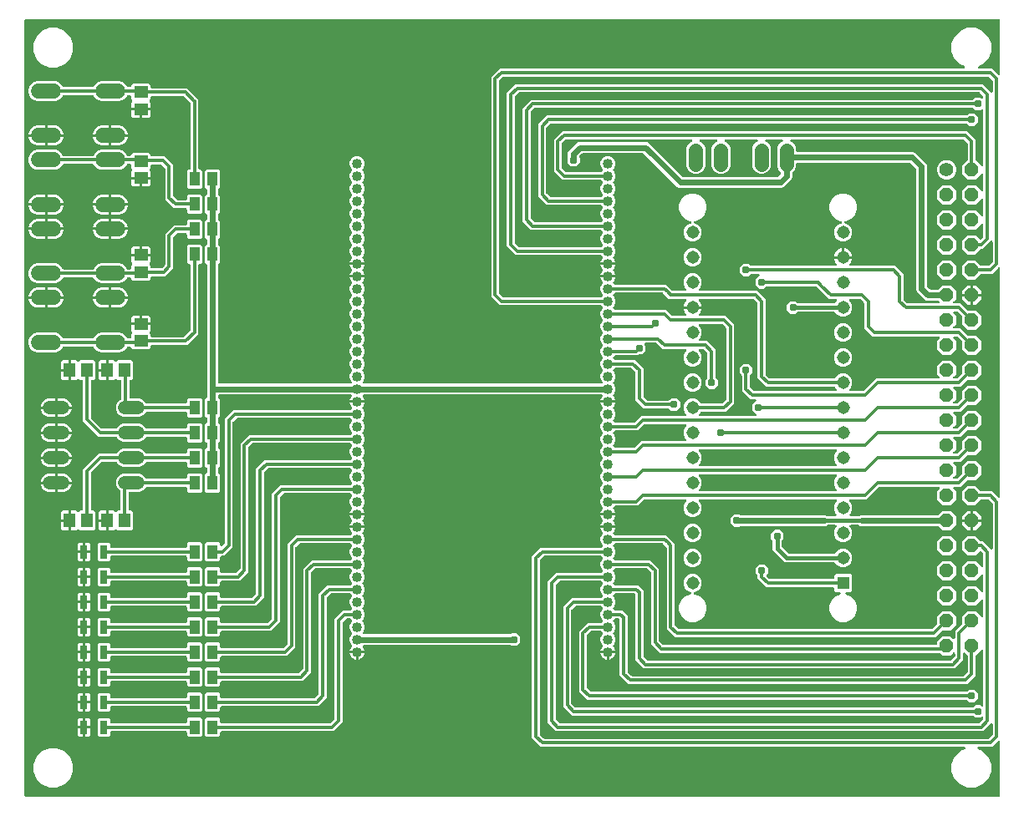
<source format=gbr>
G04 EAGLE Gerber RS-274X export*
G75*
%MOMM*%
%FSLAX34Y34*%
%LPD*%
%INTop Copper*%
%IPPOS*%
%AMOC8*
5,1,8,0,0,1.08239X$1,22.5*%
G01*
G04 Define Apertures*
%ADD10R,1.164600X1.465300*%
%ADD11R,1.465300X1.164600*%
%ADD12R,0.761800X1.361800*%
%ADD13R,1.031200X1.420200*%
%ADD14C,1.320800*%
%ADD15C,1.524000*%
%ADD16C,1.422400*%
%ADD17P,1.53959X8X292.5*%
%ADD18C,1.016000*%
%ADD19R,1.308000X1.308000*%
%ADD20C,1.308000*%
%ADD21C,1.422400*%
%ADD22P,0.81872X8X22.5*%
%ADD23C,0.600000*%
%ADD24C,0.400000*%
%ADD25C,0.300000*%
G36*
X993383Y5943D02*
X992888Y5842D01*
X7112Y5842D01*
X6654Y5927D01*
X6228Y6200D01*
X5943Y6617D01*
X5842Y7112D01*
X5842Y792888D01*
X5927Y793346D01*
X6200Y793772D01*
X6617Y794057D01*
X7112Y794158D01*
X992888Y794158D01*
X993346Y794073D01*
X993772Y793800D01*
X994057Y793383D01*
X994158Y792888D01*
X994158Y738646D01*
X994080Y738208D01*
X993814Y737778D01*
X993402Y737485D01*
X992908Y737377D01*
X992411Y737469D01*
X991990Y737748D01*
X985923Y743815D01*
X972711Y743815D01*
X972282Y743890D01*
X971850Y744152D01*
X971554Y744562D01*
X971442Y745055D01*
X971530Y745552D01*
X971806Y745976D01*
X972225Y746258D01*
X976374Y747977D01*
X982023Y753626D01*
X985080Y761006D01*
X985080Y768994D01*
X982023Y776374D01*
X976374Y782023D01*
X968994Y785080D01*
X961006Y785080D01*
X953626Y782023D01*
X947977Y776374D01*
X944920Y768994D01*
X944920Y761006D01*
X947977Y753626D01*
X953626Y747977D01*
X957775Y746258D01*
X958143Y746025D01*
X958442Y745617D01*
X958558Y745125D01*
X958473Y744627D01*
X958201Y744201D01*
X957784Y743916D01*
X957289Y743815D01*
X487277Y743815D01*
X478560Y735098D01*
X478560Y512677D01*
X487277Y503960D01*
X589638Y503960D01*
X590114Y503867D01*
X590536Y503588D01*
X591576Y502548D01*
X591839Y502164D01*
X591948Y501670D01*
X591855Y501173D01*
X591576Y500752D01*
X590440Y499616D01*
X589280Y496816D01*
X589280Y493784D01*
X590440Y490984D01*
X591576Y489848D01*
X591839Y489464D01*
X591948Y488970D01*
X591855Y488473D01*
X591576Y488052D01*
X590440Y486916D01*
X589280Y484116D01*
X589280Y481084D01*
X590440Y478284D01*
X591576Y477148D01*
X591839Y476764D01*
X591948Y476270D01*
X591855Y475773D01*
X591576Y475352D01*
X590440Y474216D01*
X589280Y471416D01*
X589280Y468384D01*
X590440Y465584D01*
X591576Y464448D01*
X591839Y464064D01*
X591948Y463570D01*
X591855Y463073D01*
X591576Y462652D01*
X590440Y461516D01*
X589280Y458716D01*
X589280Y455684D01*
X590440Y452884D01*
X591576Y451748D01*
X591839Y451364D01*
X591948Y450870D01*
X591855Y450373D01*
X591576Y449952D01*
X590440Y448816D01*
X589280Y446016D01*
X589280Y442984D01*
X590440Y440184D01*
X591576Y439048D01*
X591839Y438664D01*
X591948Y438170D01*
X591855Y437673D01*
X591576Y437252D01*
X590440Y436116D01*
X589280Y433316D01*
X589280Y430284D01*
X590440Y427484D01*
X591116Y426808D01*
X591371Y426442D01*
X591487Y425950D01*
X591402Y425452D01*
X591130Y425026D01*
X590713Y424741D01*
X590218Y424640D01*
X349582Y424640D01*
X349143Y424718D01*
X348713Y424984D01*
X348421Y425396D01*
X348313Y425890D01*
X348405Y426387D01*
X348684Y426808D01*
X349360Y427484D01*
X350520Y430284D01*
X350520Y433316D01*
X349360Y436116D01*
X348224Y437252D01*
X347961Y437636D01*
X347853Y438130D01*
X347945Y438627D01*
X348224Y439048D01*
X349360Y440184D01*
X350520Y442984D01*
X350520Y446016D01*
X349360Y448816D01*
X348224Y449952D01*
X347961Y450336D01*
X347853Y450830D01*
X347945Y451327D01*
X348224Y451748D01*
X349360Y452884D01*
X350520Y455684D01*
X350520Y458716D01*
X349360Y461516D01*
X348224Y462652D01*
X347961Y463036D01*
X347853Y463530D01*
X347945Y464027D01*
X348224Y464448D01*
X349360Y465584D01*
X350520Y468384D01*
X350520Y471416D01*
X349360Y474216D01*
X348224Y475352D01*
X347961Y475736D01*
X347853Y476230D01*
X347945Y476727D01*
X348224Y477148D01*
X349360Y478284D01*
X350520Y481084D01*
X350520Y484116D01*
X349360Y486916D01*
X348224Y488052D01*
X347961Y488436D01*
X347853Y488930D01*
X347945Y489427D01*
X348224Y489848D01*
X349360Y490984D01*
X350520Y493784D01*
X350520Y496816D01*
X349360Y499616D01*
X348224Y500752D01*
X347961Y501136D01*
X347853Y501630D01*
X347945Y502127D01*
X348224Y502548D01*
X349360Y503684D01*
X350520Y506484D01*
X350520Y509516D01*
X349360Y512316D01*
X348224Y513452D01*
X347961Y513836D01*
X347853Y514330D01*
X347945Y514827D01*
X348224Y515248D01*
X349360Y516384D01*
X350520Y519184D01*
X350520Y522216D01*
X349360Y525016D01*
X348224Y526152D01*
X347961Y526536D01*
X347853Y527030D01*
X347945Y527527D01*
X348224Y527948D01*
X349360Y529084D01*
X350520Y531884D01*
X350520Y532130D01*
X335280Y532130D01*
X335280Y531884D01*
X336440Y529084D01*
X337576Y527948D01*
X337839Y527564D01*
X337948Y527070D01*
X337855Y526573D01*
X337576Y526152D01*
X336440Y525016D01*
X335280Y522216D01*
X335280Y519184D01*
X336440Y516384D01*
X337576Y515248D01*
X337839Y514864D01*
X337948Y514370D01*
X337855Y513873D01*
X337576Y513452D01*
X336440Y512316D01*
X335280Y509516D01*
X335280Y506484D01*
X336440Y503684D01*
X337576Y502548D01*
X337839Y502164D01*
X337948Y501670D01*
X337855Y501173D01*
X337576Y500752D01*
X336440Y499616D01*
X335280Y496816D01*
X335280Y493784D01*
X336440Y490984D01*
X337576Y489848D01*
X337839Y489464D01*
X337948Y488970D01*
X337855Y488473D01*
X337576Y488052D01*
X336440Y486916D01*
X335280Y484116D01*
X335280Y481084D01*
X336440Y478284D01*
X337576Y477148D01*
X337839Y476764D01*
X337948Y476270D01*
X337855Y475773D01*
X337576Y475352D01*
X336440Y474216D01*
X335280Y471416D01*
X335280Y468384D01*
X336440Y465584D01*
X337576Y464448D01*
X337839Y464064D01*
X337948Y463570D01*
X337855Y463073D01*
X337576Y462652D01*
X336440Y461516D01*
X335280Y458716D01*
X335280Y455684D01*
X336440Y452884D01*
X337576Y451748D01*
X337839Y451364D01*
X337948Y450870D01*
X337855Y450373D01*
X337576Y449952D01*
X336440Y448816D01*
X335280Y446016D01*
X335280Y442984D01*
X336440Y440184D01*
X337576Y439048D01*
X337839Y438664D01*
X337948Y438170D01*
X337855Y437673D01*
X337576Y437252D01*
X336440Y436116D01*
X335280Y433316D01*
X335280Y430284D01*
X336440Y427484D01*
X337116Y426808D01*
X337371Y426442D01*
X337487Y425950D01*
X337402Y425452D01*
X337130Y425026D01*
X336713Y424741D01*
X336218Y424640D01*
X203330Y424640D01*
X202872Y424725D01*
X202446Y424998D01*
X202161Y425415D01*
X202060Y425910D01*
X202060Y544790D01*
X202153Y545266D01*
X202432Y545688D01*
X204216Y547472D01*
X204216Y563778D01*
X202432Y565562D01*
X202161Y565965D01*
X202060Y566460D01*
X202060Y570190D01*
X202153Y570666D01*
X202432Y571088D01*
X204216Y572872D01*
X204216Y589178D01*
X202432Y590962D01*
X202161Y591365D01*
X202060Y591860D01*
X202060Y595590D01*
X202153Y596066D01*
X202432Y596488D01*
X204216Y598272D01*
X204216Y614578D01*
X202432Y616362D01*
X202161Y616765D01*
X202060Y617260D01*
X202060Y620990D01*
X202153Y621466D01*
X202432Y621888D01*
X204216Y623672D01*
X204216Y639978D01*
X202728Y641466D01*
X190312Y641466D01*
X188824Y639978D01*
X188824Y623672D01*
X190608Y621888D01*
X190879Y621485D01*
X190980Y620990D01*
X190980Y617260D01*
X190887Y616784D01*
X190608Y616362D01*
X188824Y614578D01*
X188824Y598272D01*
X190608Y596488D01*
X190879Y596085D01*
X190980Y595590D01*
X190980Y591860D01*
X190887Y591384D01*
X190608Y590962D01*
X188824Y589178D01*
X188824Y572872D01*
X190608Y571088D01*
X190879Y570685D01*
X190980Y570190D01*
X190980Y566460D01*
X190887Y565984D01*
X190608Y565562D01*
X188824Y563778D01*
X188824Y547472D01*
X190608Y545688D01*
X190879Y545285D01*
X190980Y544790D01*
X190980Y410885D01*
X190887Y410409D01*
X190608Y409987D01*
X188824Y408203D01*
X188824Y391897D01*
X190608Y390113D01*
X190879Y389710D01*
X190980Y389215D01*
X190980Y385485D01*
X190887Y385009D01*
X190608Y384587D01*
X188824Y382803D01*
X188824Y366497D01*
X190608Y364713D01*
X190879Y364310D01*
X190980Y363815D01*
X190980Y360085D01*
X190887Y359609D01*
X190608Y359187D01*
X188824Y357403D01*
X188824Y341097D01*
X190608Y339313D01*
X190879Y338910D01*
X190980Y338415D01*
X190980Y334685D01*
X190887Y334209D01*
X190608Y333787D01*
X188824Y332003D01*
X188824Y315697D01*
X190312Y314209D01*
X202728Y314209D01*
X204216Y315697D01*
X204216Y332003D01*
X202432Y333787D01*
X202161Y334190D01*
X202060Y334685D01*
X202060Y338415D01*
X202153Y338891D01*
X202432Y339313D01*
X204216Y341097D01*
X204216Y357403D01*
X202432Y359187D01*
X202161Y359590D01*
X202060Y360085D01*
X202060Y363815D01*
X202153Y364291D01*
X202432Y364713D01*
X204216Y366497D01*
X204216Y382803D01*
X202432Y384587D01*
X202161Y384990D01*
X202060Y385485D01*
X202060Y389215D01*
X202153Y389691D01*
X202432Y390113D01*
X204216Y391897D01*
X204216Y408203D01*
X202432Y409987D01*
X202161Y410390D01*
X202060Y410885D01*
X202060Y412290D01*
X202145Y412748D01*
X202418Y413174D01*
X202835Y413459D01*
X203330Y413560D01*
X336218Y413560D01*
X336657Y413482D01*
X337087Y413216D01*
X337379Y412804D01*
X337488Y412310D01*
X337395Y411813D01*
X337116Y411392D01*
X336440Y410716D01*
X335280Y407916D01*
X335280Y407670D01*
X350520Y407670D01*
X350520Y407916D01*
X349360Y410716D01*
X348684Y411392D01*
X348429Y411758D01*
X348313Y412250D01*
X348398Y412748D01*
X348670Y413174D01*
X349087Y413459D01*
X349582Y413560D01*
X590218Y413560D01*
X590657Y413482D01*
X591087Y413216D01*
X591379Y412804D01*
X591488Y412310D01*
X591395Y411813D01*
X591116Y411392D01*
X590440Y410716D01*
X589280Y407916D01*
X589280Y407670D01*
X604520Y407670D01*
X604520Y407916D01*
X603360Y410716D01*
X602224Y411852D01*
X601961Y412236D01*
X601853Y412730D01*
X601945Y413227D01*
X602224Y413648D01*
X603360Y414784D01*
X604520Y417584D01*
X604520Y420616D01*
X603360Y423416D01*
X602224Y424552D01*
X601961Y424936D01*
X601853Y425430D01*
X601945Y425927D01*
X602224Y426348D01*
X603360Y427484D01*
X604520Y430284D01*
X604520Y433316D01*
X603360Y436116D01*
X602224Y437252D01*
X601961Y437636D01*
X601853Y438130D01*
X601945Y438627D01*
X602224Y439048D01*
X603264Y440088D01*
X603667Y440359D01*
X604162Y440460D01*
X620101Y440460D01*
X620577Y440367D01*
X620999Y440088D01*
X624238Y436849D01*
X624509Y436446D01*
X624610Y435951D01*
X624610Y407902D01*
X633327Y399185D01*
X658148Y399185D01*
X658625Y399092D01*
X659046Y398813D01*
X660956Y396903D01*
X666194Y396903D01*
X669897Y400606D01*
X669897Y405844D01*
X666194Y409547D01*
X660956Y409547D01*
X659046Y407637D01*
X658644Y407366D01*
X658148Y407265D01*
X637199Y407265D01*
X636723Y407358D01*
X636301Y407637D01*
X633062Y410876D01*
X632791Y411279D01*
X632690Y411774D01*
X632690Y439823D01*
X623973Y448540D01*
X604162Y448540D01*
X603686Y448633D01*
X603264Y448912D01*
X602224Y449952D01*
X601961Y450336D01*
X601853Y450830D01*
X601945Y451327D01*
X602224Y451748D01*
X603264Y452788D01*
X603667Y453059D01*
X604162Y453160D01*
X627148Y453160D01*
X627669Y453681D01*
X628072Y453952D01*
X628567Y454053D01*
X631269Y454053D01*
X634972Y457756D01*
X634972Y462994D01*
X634274Y463692D01*
X634019Y464058D01*
X633902Y464550D01*
X633987Y465048D01*
X634259Y465474D01*
X634676Y465759D01*
X635172Y465860D01*
X645501Y465860D01*
X645977Y465767D01*
X646399Y465488D01*
X652377Y459510D01*
X675378Y459510D01*
X675817Y459432D01*
X676247Y459166D01*
X676539Y458754D01*
X676648Y458260D01*
X676555Y457763D01*
X676276Y457342D01*
X674927Y455993D01*
X673545Y452656D01*
X673545Y449044D01*
X674927Y445707D01*
X677482Y443152D01*
X680819Y441770D01*
X684431Y441770D01*
X687768Y443152D01*
X690323Y445707D01*
X691705Y449044D01*
X691705Y452656D01*
X690323Y455993D01*
X688974Y457342D01*
X688719Y457708D01*
X688603Y458200D01*
X688688Y458698D01*
X688960Y459124D01*
X689377Y459409D01*
X689872Y459510D01*
X693126Y459510D01*
X693602Y459417D01*
X694024Y459138D01*
X697263Y455899D01*
X697534Y455496D01*
X697635Y455001D01*
X697635Y430877D01*
X697542Y430400D01*
X697263Y429979D01*
X695353Y428069D01*
X695353Y422831D01*
X699056Y419128D01*
X704294Y419128D01*
X707997Y422831D01*
X707997Y428069D01*
X706087Y429979D01*
X705816Y430381D01*
X705715Y430877D01*
X705715Y458873D01*
X696998Y467590D01*
X689872Y467590D01*
X689433Y467668D01*
X689003Y467934D01*
X688711Y468346D01*
X688602Y468840D01*
X688695Y469337D01*
X688974Y469758D01*
X690323Y471107D01*
X691705Y474444D01*
X691705Y478056D01*
X690323Y481393D01*
X688974Y482742D01*
X688719Y483108D01*
X688603Y483600D01*
X688688Y484098D01*
X688960Y484524D01*
X689377Y484809D01*
X689872Y484910D01*
X712176Y484910D01*
X712652Y484817D01*
X713074Y484538D01*
X716313Y481299D01*
X716584Y480896D01*
X716685Y480401D01*
X716685Y408599D01*
X716592Y408123D01*
X716313Y407701D01*
X713074Y404462D01*
X712671Y404191D01*
X712176Y404090D01*
X691628Y404090D01*
X691161Y404179D01*
X690737Y404455D01*
X690455Y404874D01*
X690323Y405193D01*
X687768Y407748D01*
X684431Y409130D01*
X680819Y409130D01*
X677482Y407748D01*
X674927Y405193D01*
X673545Y401856D01*
X673545Y398244D01*
X674927Y394907D01*
X676276Y393558D01*
X676531Y393192D01*
X676647Y392700D01*
X676563Y392202D01*
X676290Y391776D01*
X675873Y391491D01*
X675378Y391390D01*
X630152Y391390D01*
X624174Y385412D01*
X623771Y385141D01*
X623276Y385040D01*
X604162Y385040D01*
X603686Y385133D01*
X603264Y385412D01*
X602224Y386452D01*
X601961Y386836D01*
X601853Y387330D01*
X601945Y387827D01*
X602224Y388248D01*
X603360Y389384D01*
X604520Y392184D01*
X604520Y395216D01*
X603360Y398016D01*
X602224Y399152D01*
X601961Y399536D01*
X601853Y400030D01*
X601945Y400527D01*
X602224Y400948D01*
X603360Y402084D01*
X604520Y404884D01*
X604520Y405130D01*
X589280Y405130D01*
X589280Y404884D01*
X590440Y402084D01*
X591576Y400948D01*
X591839Y400564D01*
X591948Y400070D01*
X591855Y399573D01*
X591576Y399152D01*
X590440Y398016D01*
X589280Y395216D01*
X589280Y392184D01*
X590440Y389384D01*
X591576Y388248D01*
X591839Y387864D01*
X591948Y387370D01*
X591855Y386873D01*
X591576Y386452D01*
X590440Y385316D01*
X589280Y382516D01*
X589280Y379484D01*
X590440Y376684D01*
X591576Y375548D01*
X591839Y375164D01*
X591948Y374670D01*
X591855Y374173D01*
X591576Y373752D01*
X590440Y372616D01*
X589280Y369816D01*
X589280Y366784D01*
X590440Y363984D01*
X591576Y362848D01*
X591839Y362464D01*
X591948Y361970D01*
X591855Y361473D01*
X591576Y361052D01*
X590440Y359916D01*
X589280Y357116D01*
X589280Y354084D01*
X590440Y351284D01*
X591576Y350148D01*
X591839Y349764D01*
X591948Y349270D01*
X591855Y348773D01*
X591576Y348352D01*
X590440Y347216D01*
X589280Y344416D01*
X589280Y341384D01*
X590440Y338584D01*
X591576Y337448D01*
X591839Y337064D01*
X591948Y336570D01*
X591855Y336073D01*
X591576Y335652D01*
X590440Y334516D01*
X589280Y331716D01*
X589280Y328684D01*
X590440Y325884D01*
X591576Y324748D01*
X591839Y324364D01*
X591948Y323870D01*
X591855Y323373D01*
X591576Y322952D01*
X590440Y321816D01*
X589280Y319016D01*
X589280Y315984D01*
X590440Y313184D01*
X591576Y312048D01*
X591839Y311664D01*
X591948Y311170D01*
X591855Y310673D01*
X591576Y310252D01*
X590440Y309116D01*
X589280Y306316D01*
X589280Y303284D01*
X590440Y300484D01*
X591576Y299348D01*
X591839Y298964D01*
X591948Y298470D01*
X591855Y297973D01*
X591576Y297552D01*
X590440Y296416D01*
X589280Y293616D01*
X589280Y293370D01*
X604520Y293370D01*
X604520Y293616D01*
X603360Y296416D01*
X602224Y297552D01*
X601961Y297936D01*
X601853Y298430D01*
X601945Y298927D01*
X602224Y299348D01*
X603264Y300388D01*
X603667Y300659D01*
X604162Y300760D01*
X627148Y300760D01*
X633126Y306738D01*
X633529Y307009D01*
X634024Y307110D01*
X675378Y307110D01*
X675817Y307032D01*
X676247Y306766D01*
X676539Y306354D01*
X676648Y305860D01*
X676555Y305363D01*
X676276Y304942D01*
X674927Y303593D01*
X673545Y300256D01*
X673545Y296644D01*
X674927Y293307D01*
X677482Y290752D01*
X680819Y289370D01*
X684431Y289370D01*
X687768Y290752D01*
X690323Y293307D01*
X691705Y296644D01*
X691705Y300256D01*
X690323Y303593D01*
X688974Y304942D01*
X688719Y305308D01*
X688603Y305800D01*
X688688Y306298D01*
X688960Y306724D01*
X689377Y307009D01*
X689872Y307110D01*
X827778Y307110D01*
X828217Y307032D01*
X828647Y306766D01*
X828939Y306354D01*
X829048Y305860D01*
X828955Y305363D01*
X828676Y304942D01*
X827327Y303593D01*
X825945Y300256D01*
X825945Y296644D01*
X827327Y293307D01*
X828176Y292458D01*
X828431Y292092D01*
X828547Y291600D01*
X828463Y291102D01*
X828190Y290676D01*
X827773Y290391D01*
X827278Y290290D01*
X819744Y290290D01*
X819258Y290387D01*
X817077Y291290D01*
X731002Y291290D01*
X730525Y291383D01*
X730104Y291662D01*
X729694Y292072D01*
X724456Y292072D01*
X720753Y288369D01*
X720753Y283131D01*
X724456Y279428D01*
X729694Y279428D01*
X730104Y279838D01*
X730506Y280109D01*
X731002Y280210D01*
X817077Y280210D01*
X819258Y281113D01*
X819744Y281210D01*
X827278Y281210D01*
X827717Y281132D01*
X828147Y280866D01*
X828439Y280454D01*
X828548Y279960D01*
X828455Y279463D01*
X828176Y279042D01*
X827327Y278193D01*
X825945Y274856D01*
X825945Y271244D01*
X827327Y267907D01*
X829882Y265352D01*
X833219Y263970D01*
X836831Y263970D01*
X840168Y265352D01*
X842723Y267907D01*
X844105Y271244D01*
X844105Y274856D01*
X842723Y278193D01*
X841874Y279042D01*
X841619Y279408D01*
X841503Y279900D01*
X841588Y280398D01*
X841860Y280824D01*
X842277Y281109D01*
X842772Y281210D01*
X850306Y281210D01*
X850792Y281113D01*
X852973Y280210D01*
X931164Y280210D01*
X931641Y280117D01*
X932062Y279838D01*
X935802Y276098D01*
X943798Y276098D01*
X949452Y281752D01*
X949452Y289748D01*
X943798Y295402D01*
X935802Y295402D01*
X932062Y291662D01*
X931659Y291391D01*
X931164Y291290D01*
X852973Y291290D01*
X850792Y290387D01*
X850306Y290290D01*
X842772Y290290D01*
X842333Y290368D01*
X841903Y290634D01*
X841611Y291046D01*
X841502Y291540D01*
X841595Y292037D01*
X841874Y292458D01*
X842723Y293307D01*
X844105Y296644D01*
X844105Y300256D01*
X842723Y303593D01*
X841374Y304942D01*
X841119Y305308D01*
X841003Y305800D01*
X841088Y306298D01*
X841360Y306724D01*
X841777Y307009D01*
X842272Y307110D01*
X858923Y307110D01*
X871251Y319438D01*
X871654Y319709D01*
X872149Y319810D01*
X931744Y319810D01*
X932183Y319732D01*
X932613Y319466D01*
X932905Y319054D01*
X933014Y318560D01*
X932921Y318063D01*
X932642Y317642D01*
X930148Y315148D01*
X930148Y307152D01*
X935802Y301498D01*
X943798Y301498D01*
X949452Y307152D01*
X949452Y315148D01*
X946958Y317642D01*
X946703Y318008D01*
X946587Y318500D01*
X946671Y318998D01*
X946944Y319424D01*
X947361Y319709D01*
X947856Y319810D01*
X954173Y319810D01*
X960889Y326526D01*
X961292Y326797D01*
X961787Y326898D01*
X969198Y326898D01*
X974852Y332552D01*
X974852Y340548D01*
X969198Y346202D01*
X961202Y346202D01*
X955548Y340548D01*
X955548Y333137D01*
X955455Y332661D01*
X955176Y332239D01*
X951199Y328262D01*
X950796Y327991D01*
X950301Y327890D01*
X947856Y327890D01*
X947417Y327968D01*
X946987Y328234D01*
X946695Y328646D01*
X946586Y329140D01*
X946679Y329637D01*
X946958Y330058D01*
X949452Y332552D01*
X949452Y340548D01*
X946958Y343042D01*
X946703Y343408D01*
X946587Y343900D01*
X946671Y344398D01*
X946944Y344824D01*
X947361Y345109D01*
X947856Y345210D01*
X954173Y345210D01*
X960889Y351926D01*
X961292Y352197D01*
X961787Y352298D01*
X969198Y352298D01*
X974852Y357952D01*
X974852Y365948D01*
X969198Y371602D01*
X961202Y371602D01*
X955548Y365948D01*
X955548Y358537D01*
X955455Y358061D01*
X955176Y357639D01*
X951199Y353662D01*
X950796Y353391D01*
X950301Y353290D01*
X947856Y353290D01*
X947417Y353368D01*
X946987Y353634D01*
X946695Y354046D01*
X946586Y354540D01*
X946679Y355037D01*
X946958Y355458D01*
X949452Y357952D01*
X949452Y365948D01*
X946958Y368442D01*
X946703Y368808D01*
X946587Y369300D01*
X946671Y369798D01*
X946944Y370224D01*
X947361Y370509D01*
X947856Y370610D01*
X954173Y370610D01*
X960889Y377326D01*
X961292Y377597D01*
X961787Y377698D01*
X969198Y377698D01*
X974852Y383352D01*
X974852Y391348D01*
X969198Y397002D01*
X961202Y397002D01*
X955548Y391348D01*
X955548Y383937D01*
X955455Y383461D01*
X955176Y383039D01*
X951199Y379062D01*
X950796Y378791D01*
X950301Y378690D01*
X947856Y378690D01*
X947417Y378768D01*
X946987Y379034D01*
X946695Y379446D01*
X946586Y379940D01*
X946679Y380437D01*
X946958Y380858D01*
X949452Y383352D01*
X949452Y391348D01*
X946958Y393842D01*
X946703Y394208D01*
X946587Y394700D01*
X946671Y395198D01*
X946944Y395624D01*
X947361Y395909D01*
X947856Y396010D01*
X954173Y396010D01*
X960889Y402726D01*
X961292Y402997D01*
X961787Y403098D01*
X969198Y403098D01*
X974852Y408752D01*
X974852Y416748D01*
X969198Y422402D01*
X961202Y422402D01*
X955548Y416748D01*
X955548Y409337D01*
X955455Y408861D01*
X955176Y408439D01*
X951199Y404462D01*
X950796Y404191D01*
X950301Y404090D01*
X947856Y404090D01*
X947417Y404168D01*
X946987Y404434D01*
X946695Y404846D01*
X946586Y405340D01*
X946679Y405837D01*
X946958Y406258D01*
X949452Y408752D01*
X949452Y416748D01*
X946958Y419242D01*
X946703Y419608D01*
X946587Y420100D01*
X946671Y420598D01*
X946944Y421024D01*
X947361Y421309D01*
X947856Y421410D01*
X954173Y421410D01*
X960889Y428126D01*
X961292Y428397D01*
X961787Y428498D01*
X969198Y428498D01*
X974852Y434152D01*
X974852Y442148D01*
X969198Y447802D01*
X961202Y447802D01*
X955548Y442148D01*
X955548Y434737D01*
X955455Y434261D01*
X955176Y433839D01*
X951199Y429862D01*
X950796Y429591D01*
X950301Y429490D01*
X947856Y429490D01*
X947417Y429568D01*
X946987Y429834D01*
X946695Y430246D01*
X946586Y430740D01*
X946679Y431237D01*
X946958Y431658D01*
X949452Y434152D01*
X949452Y442148D01*
X943798Y447802D01*
X935802Y447802D01*
X930148Y442148D01*
X930148Y434152D01*
X932642Y431658D01*
X932897Y431292D01*
X933013Y430800D01*
X932929Y430302D01*
X932656Y429876D01*
X932239Y429591D01*
X931744Y429490D01*
X868277Y429490D01*
X855949Y417162D01*
X855546Y416891D01*
X855051Y416790D01*
X842272Y416790D01*
X841833Y416868D01*
X841403Y417134D01*
X841111Y417546D01*
X841002Y418040D01*
X841095Y418537D01*
X841374Y418958D01*
X842723Y420307D01*
X844105Y423644D01*
X844105Y427256D01*
X842723Y430593D01*
X840168Y433148D01*
X836831Y434530D01*
X833219Y434530D01*
X829882Y433148D01*
X827327Y430593D01*
X827195Y430274D01*
X826934Y429876D01*
X826517Y429591D01*
X826022Y429490D01*
X761024Y429490D01*
X760548Y429583D01*
X760126Y429862D01*
X756887Y433101D01*
X756616Y433504D01*
X756515Y433999D01*
X756515Y509673D01*
X747798Y518390D01*
X689872Y518390D01*
X689433Y518468D01*
X689003Y518734D01*
X688711Y519146D01*
X688602Y519640D01*
X688695Y520137D01*
X688974Y520558D01*
X690323Y521907D01*
X691705Y525244D01*
X691705Y528856D01*
X690323Y532193D01*
X687768Y534748D01*
X684431Y536130D01*
X680819Y536130D01*
X677482Y534748D01*
X674927Y532193D01*
X673545Y528856D01*
X673545Y525244D01*
X674927Y521907D01*
X676276Y520558D01*
X676531Y520192D01*
X676647Y519700D01*
X676563Y519202D01*
X676290Y518776D01*
X675873Y518491D01*
X675378Y518390D01*
X662599Y518390D01*
X662123Y518483D01*
X661701Y518762D01*
X655723Y524740D01*
X604162Y524740D01*
X603686Y524833D01*
X603264Y525112D01*
X602224Y526152D01*
X601961Y526536D01*
X601853Y527030D01*
X601945Y527527D01*
X602224Y527948D01*
X603360Y529084D01*
X604520Y531884D01*
X604520Y532130D01*
X589280Y532130D01*
X589280Y531884D01*
X590440Y529084D01*
X591576Y527948D01*
X591839Y527564D01*
X591948Y527070D01*
X591855Y526573D01*
X591576Y526152D01*
X590440Y525016D01*
X589280Y522216D01*
X589280Y519184D01*
X590440Y516384D01*
X591576Y515248D01*
X591839Y514864D01*
X591948Y514370D01*
X591855Y513873D01*
X591576Y513452D01*
X590536Y512412D01*
X590133Y512141D01*
X589638Y512040D01*
X491149Y512040D01*
X490673Y512133D01*
X490251Y512412D01*
X487012Y515651D01*
X486741Y516054D01*
X486640Y516549D01*
X486640Y731226D01*
X486733Y731702D01*
X487012Y732124D01*
X490251Y735363D01*
X490654Y735634D01*
X491149Y735735D01*
X982051Y735735D01*
X982527Y735642D01*
X982949Y735363D01*
X986188Y732124D01*
X986459Y731721D01*
X986560Y731226D01*
X986560Y720844D01*
X986482Y720406D01*
X986216Y719976D01*
X985804Y719683D01*
X985310Y719575D01*
X984813Y719667D01*
X984392Y719946D01*
X976398Y727940D01*
X503152Y727940D01*
X494435Y719223D01*
X494435Y563477D01*
X503152Y554760D01*
X589638Y554760D01*
X590114Y554667D01*
X590536Y554388D01*
X591576Y553348D01*
X591839Y552964D01*
X591948Y552470D01*
X591855Y551973D01*
X591576Y551552D01*
X590440Y550416D01*
X589280Y547616D01*
X589280Y547370D01*
X604520Y547370D01*
X604520Y547616D01*
X603360Y550416D01*
X602224Y551552D01*
X601961Y551936D01*
X601853Y552430D01*
X601945Y552927D01*
X602224Y553348D01*
X603360Y554484D01*
X604520Y557284D01*
X604520Y560316D01*
X603360Y563116D01*
X602224Y564252D01*
X601961Y564636D01*
X601853Y565130D01*
X601945Y565627D01*
X602224Y566048D01*
X603360Y567184D01*
X604520Y569984D01*
X604520Y573016D01*
X603360Y575816D01*
X602224Y576952D01*
X601961Y577336D01*
X601853Y577830D01*
X601945Y578327D01*
X602224Y578748D01*
X603360Y579884D01*
X604520Y582684D01*
X604520Y585716D01*
X603360Y588516D01*
X602224Y589652D01*
X601961Y590036D01*
X601853Y590530D01*
X601945Y591027D01*
X602224Y591448D01*
X603360Y592584D01*
X604520Y595384D01*
X604520Y598416D01*
X603360Y601216D01*
X602224Y602352D01*
X601961Y602736D01*
X601853Y603230D01*
X601945Y603727D01*
X602224Y604148D01*
X603360Y605284D01*
X604520Y608084D01*
X604520Y611116D01*
X603360Y613916D01*
X602224Y615052D01*
X601961Y615436D01*
X601853Y615930D01*
X601945Y616427D01*
X602224Y616848D01*
X603360Y617984D01*
X604520Y620784D01*
X604520Y623816D01*
X603360Y626616D01*
X602224Y627752D01*
X601961Y628136D01*
X601853Y628630D01*
X601945Y629127D01*
X602224Y629548D01*
X603360Y630684D01*
X604520Y633484D01*
X604520Y636516D01*
X603360Y639316D01*
X602224Y640452D01*
X601961Y640836D01*
X601853Y641330D01*
X601945Y641827D01*
X602224Y642248D01*
X603360Y643384D01*
X604520Y646184D01*
X604520Y649216D01*
X603360Y652016D01*
X601216Y654160D01*
X598416Y655320D01*
X595384Y655320D01*
X592584Y654160D01*
X590440Y652016D01*
X589280Y649216D01*
X589280Y646184D01*
X590440Y643384D01*
X591576Y642248D01*
X591839Y641864D01*
X591948Y641370D01*
X591855Y640873D01*
X591576Y640452D01*
X590536Y639412D01*
X590133Y639141D01*
X589638Y639040D01*
X554649Y639040D01*
X554173Y639133D01*
X553751Y639412D01*
X550512Y642651D01*
X550241Y643054D01*
X550140Y643549D01*
X550140Y667726D01*
X550233Y668202D01*
X550512Y668624D01*
X553751Y671863D01*
X554154Y672134D01*
X554649Y672235D01*
X680926Y672235D01*
X681355Y672160D01*
X681788Y671898D01*
X682083Y671488D01*
X682196Y670995D01*
X682107Y670498D01*
X681831Y670074D01*
X681412Y669792D01*
X680333Y669345D01*
X677617Y666629D01*
X676148Y663082D01*
X676148Y645018D01*
X677617Y641471D01*
X680333Y638755D01*
X683880Y637286D01*
X687720Y637286D01*
X691267Y638755D01*
X693983Y641471D01*
X695452Y645018D01*
X695452Y663082D01*
X693983Y666629D01*
X691267Y669345D01*
X690188Y669792D01*
X689820Y670025D01*
X689521Y670433D01*
X689405Y670925D01*
X689489Y671423D01*
X689762Y671849D01*
X690179Y672134D01*
X690674Y672235D01*
X706326Y672235D01*
X706755Y672160D01*
X707188Y671898D01*
X707483Y671488D01*
X707596Y670995D01*
X707507Y670498D01*
X707231Y670074D01*
X706812Y669792D01*
X705733Y669345D01*
X703017Y666629D01*
X701548Y663082D01*
X701548Y645018D01*
X703017Y641471D01*
X705733Y638755D01*
X709280Y637286D01*
X713120Y637286D01*
X716667Y638755D01*
X719383Y641471D01*
X720852Y645018D01*
X720852Y663082D01*
X719383Y666629D01*
X716667Y669345D01*
X715588Y669792D01*
X715220Y670025D01*
X714921Y670433D01*
X714805Y670925D01*
X714889Y671423D01*
X715162Y671849D01*
X715579Y672134D01*
X716074Y672235D01*
X747601Y672235D01*
X748030Y672160D01*
X748463Y671898D01*
X748758Y671488D01*
X748871Y670995D01*
X748782Y670498D01*
X748506Y670074D01*
X748087Y669792D01*
X747008Y669345D01*
X744292Y666629D01*
X742823Y663082D01*
X742823Y645018D01*
X744292Y641471D01*
X747008Y638755D01*
X750555Y637286D01*
X754395Y637286D01*
X757942Y638755D01*
X760658Y641471D01*
X762127Y645018D01*
X762127Y663082D01*
X760658Y666629D01*
X757942Y669345D01*
X756863Y669792D01*
X756495Y670025D01*
X756196Y670433D01*
X756080Y670925D01*
X756164Y671423D01*
X756437Y671849D01*
X756854Y672134D01*
X757349Y672235D01*
X773001Y672235D01*
X773430Y672160D01*
X773863Y671898D01*
X774158Y671488D01*
X774271Y670995D01*
X774182Y670498D01*
X773906Y670074D01*
X773487Y669792D01*
X772408Y669345D01*
X769692Y666629D01*
X768223Y663082D01*
X768223Y645018D01*
X769692Y641471D01*
X771963Y639200D01*
X772234Y638797D01*
X772335Y638302D01*
X772335Y637821D01*
X772242Y637344D01*
X771963Y636923D01*
X769602Y634562D01*
X769200Y634291D01*
X768704Y634190D01*
X672746Y634190D01*
X672269Y634283D01*
X671848Y634562D01*
X638138Y668272D01*
X636102Y669115D01*
X567223Y669115D01*
X565187Y668272D01*
X557278Y660363D01*
X556435Y658327D01*
X556435Y654802D01*
X556342Y654325D01*
X556063Y653904D01*
X555653Y653494D01*
X555653Y648256D01*
X559356Y644553D01*
X564594Y644553D01*
X568297Y648256D01*
X568297Y653494D01*
X568086Y653705D01*
X567822Y654089D01*
X567714Y654583D01*
X567807Y655080D01*
X568086Y655501D01*
X570248Y657663D01*
X570650Y657934D01*
X571146Y658035D01*
X632179Y658035D01*
X632656Y657942D01*
X633077Y657663D01*
X666787Y623953D01*
X668823Y623110D01*
X772627Y623110D01*
X774663Y623953D01*
X782572Y631862D01*
X783415Y633898D01*
X783415Y638302D01*
X783508Y638779D01*
X783787Y639200D01*
X786058Y641471D01*
X787527Y645018D01*
X787527Y647240D01*
X787612Y647698D01*
X787885Y648124D01*
X788302Y648409D01*
X788797Y648510D01*
X902054Y648510D01*
X902531Y648417D01*
X902952Y648138D01*
X908488Y642602D01*
X908759Y642200D01*
X908860Y641704D01*
X908860Y519598D01*
X909703Y517562D01*
X917612Y509653D01*
X919648Y508810D01*
X931164Y508810D01*
X931641Y508717D01*
X932062Y508438D01*
X932642Y507858D01*
X932897Y507492D01*
X933013Y507000D01*
X932929Y506502D01*
X932656Y506076D01*
X932239Y505791D01*
X931744Y505690D01*
X900724Y505690D01*
X900248Y505783D01*
X899826Y506062D01*
X896587Y509301D01*
X896316Y509704D01*
X896215Y510199D01*
X896215Y535073D01*
X887498Y543790D01*
X842272Y543790D01*
X841833Y543868D01*
X841403Y544134D01*
X841111Y544546D01*
X841002Y545040D01*
X841095Y545537D01*
X841374Y545958D01*
X842723Y547307D01*
X844105Y550644D01*
X844105Y551180D01*
X825945Y551180D01*
X825945Y550644D01*
X827327Y547307D01*
X828676Y545958D01*
X828931Y545592D01*
X829047Y545100D01*
X828963Y544602D01*
X828690Y544176D01*
X828273Y543891D01*
X827778Y543790D01*
X742027Y543790D01*
X741550Y543883D01*
X741129Y544162D01*
X739219Y546072D01*
X733981Y546072D01*
X730278Y542369D01*
X730278Y537131D01*
X733981Y533428D01*
X739219Y533428D01*
X741129Y535338D01*
X741531Y535609D01*
X742027Y535710D01*
X749128Y535710D01*
X749567Y535632D01*
X749997Y535366D01*
X750290Y534954D01*
X750398Y534460D01*
X750305Y533963D01*
X750026Y533542D01*
X746153Y529669D01*
X746153Y524431D01*
X749856Y520728D01*
X755094Y520728D01*
X757004Y522638D01*
X757406Y522909D01*
X757902Y523010D01*
X807426Y523010D01*
X807902Y522917D01*
X808324Y522638D01*
X820652Y510310D01*
X827778Y510310D01*
X828217Y510232D01*
X828647Y509966D01*
X828939Y509554D01*
X829048Y509060D01*
X828955Y508563D01*
X828676Y508142D01*
X827200Y506666D01*
X827141Y506576D01*
X826724Y506291D01*
X826229Y506190D01*
X789152Y506190D01*
X788675Y506283D01*
X788254Y506562D01*
X786844Y507972D01*
X781606Y507972D01*
X777903Y504269D01*
X777903Y499031D01*
X781606Y495328D01*
X786844Y495328D01*
X788254Y496738D01*
X788656Y497009D01*
X789152Y497110D01*
X826229Y497110D01*
X826696Y497021D01*
X827120Y496745D01*
X827183Y496650D01*
X829882Y493952D01*
X833219Y492570D01*
X836831Y492570D01*
X840168Y493952D01*
X842723Y496507D01*
X844105Y499844D01*
X844105Y503456D01*
X842723Y506793D01*
X841374Y508142D01*
X841119Y508508D01*
X841003Y509000D01*
X841088Y509498D01*
X841360Y509924D01*
X841777Y510209D01*
X842272Y510310D01*
X851876Y510310D01*
X852352Y510217D01*
X852774Y509938D01*
X856013Y506699D01*
X856284Y506296D01*
X856385Y505801D01*
X856385Y480927D01*
X865102Y472210D01*
X931744Y472210D01*
X932183Y472132D01*
X932613Y471866D01*
X932905Y471454D01*
X933014Y470960D01*
X932921Y470463D01*
X932642Y470042D01*
X930148Y467548D01*
X930148Y459552D01*
X935802Y453898D01*
X943798Y453898D01*
X949452Y459552D01*
X949452Y467548D01*
X946958Y470042D01*
X946703Y470408D01*
X946587Y470900D01*
X946671Y471398D01*
X946944Y471824D01*
X947361Y472109D01*
X947856Y472210D01*
X950301Y472210D01*
X950777Y472117D01*
X951199Y471838D01*
X955176Y467861D01*
X955447Y467458D01*
X955548Y466963D01*
X955548Y459552D01*
X961202Y453898D01*
X969198Y453898D01*
X974852Y459552D01*
X974852Y467548D01*
X969198Y473202D01*
X961787Y473202D01*
X961311Y473295D01*
X960889Y473574D01*
X954173Y480290D01*
X947856Y480290D01*
X947417Y480368D01*
X946987Y480634D01*
X946695Y481046D01*
X946586Y481540D01*
X946679Y482037D01*
X946958Y482458D01*
X949452Y484952D01*
X949452Y492948D01*
X946958Y495442D01*
X946703Y495808D01*
X946587Y496300D01*
X946671Y496798D01*
X946944Y497224D01*
X947361Y497509D01*
X947856Y497610D01*
X950301Y497610D01*
X950777Y497517D01*
X951199Y497238D01*
X955176Y493261D01*
X955447Y492858D01*
X955548Y492363D01*
X955548Y484952D01*
X961202Y479298D01*
X969198Y479298D01*
X974852Y484952D01*
X974852Y492948D01*
X969198Y498602D01*
X961787Y498602D01*
X961311Y498695D01*
X960889Y498974D01*
X954173Y505690D01*
X947856Y505690D01*
X947417Y505768D01*
X946987Y506034D01*
X946695Y506446D01*
X946586Y506940D01*
X946679Y507437D01*
X946958Y507858D01*
X949452Y510352D01*
X949452Y518348D01*
X943798Y524002D01*
X935802Y524002D01*
X932062Y520262D01*
X931659Y519991D01*
X931164Y519890D01*
X923571Y519890D01*
X923094Y519983D01*
X922673Y520262D01*
X920312Y522623D01*
X920041Y523025D01*
X919940Y523521D01*
X919940Y645627D01*
X919097Y647663D01*
X908013Y658747D01*
X905977Y659590D01*
X788797Y659590D01*
X788339Y659675D01*
X787913Y659948D01*
X787628Y660365D01*
X787527Y660860D01*
X787527Y663082D01*
X786058Y666629D01*
X783342Y669345D01*
X782263Y669792D01*
X781895Y670025D01*
X781596Y670433D01*
X781480Y670925D01*
X781564Y671423D01*
X781837Y671849D01*
X782254Y672134D01*
X782749Y672235D01*
X956651Y672235D01*
X957127Y672142D01*
X957549Y671863D01*
X960788Y668624D01*
X961059Y668221D01*
X961160Y667726D01*
X961160Y651486D01*
X961067Y651009D01*
X960788Y650588D01*
X955548Y645348D01*
X955548Y637352D01*
X961202Y631698D01*
X969198Y631698D01*
X974867Y637367D01*
X975233Y637622D01*
X975725Y637738D01*
X976223Y637654D01*
X976649Y637381D01*
X976934Y636964D01*
X977035Y636469D01*
X977035Y620831D01*
X976957Y620392D01*
X976691Y619962D01*
X976279Y619670D01*
X975785Y619561D01*
X975288Y619654D01*
X974867Y619933D01*
X969198Y625602D01*
X961202Y625602D01*
X955548Y619948D01*
X955548Y611952D01*
X961202Y606298D01*
X969198Y606298D01*
X974867Y611967D01*
X975233Y612222D01*
X975725Y612338D01*
X976223Y612254D01*
X976649Y611981D01*
X976934Y611564D01*
X977035Y611069D01*
X977035Y595431D01*
X976957Y594992D01*
X976691Y594562D01*
X976279Y594270D01*
X975785Y594161D01*
X975288Y594254D01*
X974867Y594533D01*
X969198Y600202D01*
X961202Y600202D01*
X955548Y594548D01*
X955548Y586552D01*
X961202Y580898D01*
X969198Y580898D01*
X974867Y586567D01*
X975233Y586822D01*
X975725Y586938D01*
X976223Y586854D01*
X976649Y586581D01*
X976934Y586164D01*
X977035Y585669D01*
X977035Y573699D01*
X976942Y573223D01*
X976663Y572801D01*
X974829Y570967D01*
X974445Y570704D01*
X973951Y570595D01*
X973454Y570688D01*
X973033Y570967D01*
X969198Y574802D01*
X961202Y574802D01*
X955548Y569148D01*
X955548Y561152D01*
X961202Y555498D01*
X969198Y555498D01*
X974438Y560738D01*
X974841Y561009D01*
X975336Y561110D01*
X976398Y561110D01*
X984392Y569104D01*
X984758Y569359D01*
X985250Y569475D01*
X985748Y569390D01*
X986174Y569118D01*
X986459Y568701D01*
X986560Y568206D01*
X986560Y548299D01*
X986467Y547823D01*
X986188Y547401D01*
X982949Y544162D01*
X982546Y543891D01*
X982051Y543790D01*
X975336Y543790D01*
X974859Y543883D01*
X974438Y544162D01*
X969198Y549402D01*
X961202Y549402D01*
X955548Y543748D01*
X955548Y535752D01*
X961202Y530098D01*
X969198Y530098D01*
X974438Y535338D01*
X974841Y535609D01*
X975336Y535710D01*
X985923Y535710D01*
X991990Y541777D01*
X992356Y542032D01*
X992848Y542148D01*
X993346Y542063D01*
X993772Y541791D01*
X994057Y541374D01*
X994158Y540879D01*
X994158Y310021D01*
X994080Y309583D01*
X993814Y309153D01*
X993402Y308860D01*
X992908Y308752D01*
X992411Y308844D01*
X991990Y309123D01*
X985923Y315190D01*
X975336Y315190D01*
X974859Y315283D01*
X974438Y315562D01*
X969198Y320802D01*
X961202Y320802D01*
X955548Y315148D01*
X955548Y307152D01*
X961202Y301498D01*
X969198Y301498D01*
X974438Y306738D01*
X974841Y307009D01*
X975336Y307110D01*
X982051Y307110D01*
X982527Y307017D01*
X982949Y306738D01*
X986188Y303499D01*
X986459Y303096D01*
X986560Y302601D01*
X986560Y257294D01*
X986482Y256856D01*
X986216Y256426D01*
X985804Y256133D01*
X985310Y256025D01*
X984813Y256117D01*
X984392Y256396D01*
X976398Y264390D01*
X975336Y264390D01*
X974859Y264483D01*
X974438Y264762D01*
X969198Y270002D01*
X961202Y270002D01*
X955548Y264348D01*
X955548Y256352D01*
X961202Y250698D01*
X969198Y250698D01*
X973033Y254533D01*
X973417Y254796D01*
X973911Y254905D01*
X974407Y254812D01*
X974829Y254533D01*
X976663Y252699D01*
X976934Y252296D01*
X977035Y251801D01*
X977035Y239831D01*
X976957Y239392D01*
X976691Y238962D01*
X976279Y238670D01*
X975785Y238561D01*
X975288Y238654D01*
X974867Y238933D01*
X969198Y244602D01*
X961202Y244602D01*
X955548Y238948D01*
X955548Y230952D01*
X961202Y225298D01*
X969198Y225298D01*
X974867Y230967D01*
X975233Y231222D01*
X975725Y231338D01*
X976223Y231254D01*
X976649Y230981D01*
X976934Y230564D01*
X977035Y230069D01*
X977035Y214431D01*
X976957Y213992D01*
X976691Y213562D01*
X976279Y213270D01*
X975785Y213161D01*
X975288Y213254D01*
X974867Y213533D01*
X969198Y219202D01*
X961202Y219202D01*
X955548Y213548D01*
X955548Y205552D01*
X961202Y199898D01*
X969198Y199898D01*
X974867Y205567D01*
X975233Y205822D01*
X975725Y205938D01*
X976223Y205854D01*
X976649Y205581D01*
X976934Y205164D01*
X977035Y204669D01*
X977035Y189031D01*
X976957Y188592D01*
X976691Y188162D01*
X976279Y187870D01*
X975785Y187761D01*
X975288Y187854D01*
X974867Y188133D01*
X969198Y193802D01*
X961202Y193802D01*
X955548Y188148D01*
X955548Y180737D01*
X955455Y180261D01*
X955176Y179839D01*
X948460Y173123D01*
X948460Y166806D01*
X948382Y166367D01*
X948116Y165937D01*
X947704Y165645D01*
X947210Y165536D01*
X946713Y165629D01*
X946292Y165908D01*
X943798Y168402D01*
X935802Y168402D01*
X930148Y162748D01*
X930148Y160885D01*
X930063Y160427D01*
X929790Y160001D01*
X929373Y159716D01*
X928878Y159615D01*
X653074Y159615D01*
X652598Y159708D01*
X652176Y159987D01*
X648937Y163226D01*
X648666Y163629D01*
X648565Y164124D01*
X648565Y236623D01*
X639848Y245340D01*
X604162Y245340D01*
X603686Y245433D01*
X603264Y245712D01*
X602224Y246752D01*
X601961Y247136D01*
X601853Y247630D01*
X601945Y248127D01*
X602224Y248548D01*
X603360Y249684D01*
X604520Y252484D01*
X604520Y255516D01*
X603360Y258316D01*
X602224Y259452D01*
X601961Y259836D01*
X601853Y260330D01*
X601945Y260827D01*
X602224Y261248D01*
X603264Y262288D01*
X603667Y262559D01*
X604162Y262660D01*
X651851Y262660D01*
X652327Y262567D01*
X652749Y262288D01*
X655988Y259049D01*
X656259Y258646D01*
X656360Y258151D01*
X656360Y176127D01*
X665077Y167410D01*
X928773Y167410D01*
X935489Y174126D01*
X935892Y174397D01*
X936387Y174498D01*
X943798Y174498D01*
X949452Y180152D01*
X949452Y188148D01*
X943798Y193802D01*
X935802Y193802D01*
X930148Y188148D01*
X930148Y180737D01*
X930055Y180261D01*
X929776Y179839D01*
X925799Y175862D01*
X925396Y175591D01*
X924901Y175490D01*
X668949Y175490D01*
X668473Y175583D01*
X668051Y175862D01*
X664812Y179101D01*
X664541Y179504D01*
X664440Y179999D01*
X664440Y262023D01*
X655723Y270740D01*
X604162Y270740D01*
X603686Y270833D01*
X603264Y271112D01*
X602224Y272152D01*
X601961Y272536D01*
X601853Y273030D01*
X601945Y273527D01*
X602224Y273948D01*
X603360Y275084D01*
X604520Y277884D01*
X604520Y278130D01*
X589280Y278130D01*
X589280Y277884D01*
X590440Y275084D01*
X591576Y273948D01*
X591839Y273564D01*
X591948Y273070D01*
X591855Y272573D01*
X591576Y272152D01*
X590440Y271016D01*
X589280Y268216D01*
X589280Y265184D01*
X590440Y262384D01*
X591576Y261248D01*
X591839Y260864D01*
X591948Y260370D01*
X591855Y259873D01*
X591576Y259452D01*
X590536Y258412D01*
X590133Y258141D01*
X589638Y258040D01*
X528552Y258040D01*
X519835Y249323D01*
X519835Y65002D01*
X528552Y56285D01*
X957530Y56285D01*
X957960Y56210D01*
X958392Y55948D01*
X958688Y55538D01*
X958800Y55045D01*
X958711Y54548D01*
X958435Y54124D01*
X958016Y53842D01*
X953626Y52023D01*
X947977Y46374D01*
X944920Y38994D01*
X944920Y31006D01*
X947977Y23626D01*
X953626Y17977D01*
X961006Y14920D01*
X968994Y14920D01*
X976374Y17977D01*
X982023Y23626D01*
X985080Y31006D01*
X985080Y38994D01*
X982023Y46374D01*
X976374Y52023D01*
X971984Y53842D01*
X971616Y54075D01*
X971317Y54483D01*
X971200Y54975D01*
X971285Y55473D01*
X971558Y55899D01*
X971974Y56184D01*
X972470Y56285D01*
X985923Y56285D01*
X991990Y62352D01*
X992356Y62607D01*
X992848Y62723D01*
X993346Y62638D01*
X993772Y62366D01*
X994057Y61949D01*
X994158Y61454D01*
X994158Y7112D01*
X994073Y6654D01*
X993800Y6228D01*
X993383Y5943D01*
G37*
%LPC*%
G36*
X31006Y744920D02*
X38994Y744920D01*
X46374Y747977D01*
X52023Y753626D01*
X55080Y761006D01*
X55080Y768994D01*
X52023Y776374D01*
X46374Y782023D01*
X38994Y785080D01*
X31006Y785080D01*
X23626Y782023D01*
X17977Y776374D01*
X14920Y768994D01*
X14920Y761006D01*
X17977Y753626D01*
X23626Y747977D01*
X31006Y744920D01*
G37*
G36*
X171922Y622184D02*
X184338Y622184D01*
X185826Y623672D01*
X185826Y639978D01*
X184338Y641466D01*
X183440Y641466D01*
X182982Y641551D01*
X182556Y641824D01*
X182271Y642241D01*
X182170Y642736D01*
X182170Y712543D01*
X170719Y723994D01*
X134962Y723994D01*
X134504Y724079D01*
X134078Y724352D01*
X133792Y724769D01*
X133692Y725264D01*
X133692Y726829D01*
X132204Y728317D01*
X115446Y728317D01*
X113959Y726829D01*
X113959Y726416D01*
X113873Y725958D01*
X113601Y725532D01*
X113184Y725247D01*
X112689Y725146D01*
X110629Y725146D01*
X110162Y725235D01*
X109738Y725511D01*
X109456Y725930D01*
X109070Y726861D01*
X106212Y729719D01*
X102478Y731266D01*
X83196Y731266D01*
X79462Y729719D01*
X76604Y726861D01*
X76218Y725930D01*
X75957Y725532D01*
X75540Y725247D01*
X75045Y725146D01*
X45605Y725146D01*
X45138Y725235D01*
X44714Y725511D01*
X44432Y725930D01*
X44046Y726861D01*
X41188Y729719D01*
X37454Y731266D01*
X18172Y731266D01*
X14438Y729719D01*
X11580Y726861D01*
X10033Y723127D01*
X10033Y719085D01*
X11580Y715351D01*
X14438Y712493D01*
X18172Y710946D01*
X37454Y710946D01*
X41188Y712493D01*
X44046Y715351D01*
X44432Y716282D01*
X44693Y716680D01*
X45110Y716965D01*
X45605Y717066D01*
X75045Y717066D01*
X75512Y716977D01*
X75936Y716701D01*
X76218Y716282D01*
X76604Y715351D01*
X79462Y712493D01*
X83196Y710946D01*
X102478Y710946D01*
X106212Y712493D01*
X109070Y715351D01*
X109456Y716282D01*
X109717Y716680D01*
X110134Y716965D01*
X110629Y717066D01*
X112689Y717066D01*
X113146Y716981D01*
X113572Y716708D01*
X113858Y716291D01*
X113959Y715796D01*
X113959Y713079D01*
X114939Y712098D01*
X115203Y711714D01*
X115311Y711220D01*
X115219Y710723D01*
X114939Y710302D01*
X113959Y709321D01*
X113959Y703716D01*
X133692Y703716D01*
X133692Y709321D01*
X132711Y710302D01*
X132447Y710686D01*
X132339Y711180D01*
X132432Y711677D01*
X132711Y712098D01*
X133692Y713079D01*
X133692Y714644D01*
X133777Y715102D01*
X134049Y715528D01*
X134466Y715813D01*
X134962Y715914D01*
X166847Y715914D01*
X167323Y715821D01*
X167745Y715542D01*
X173718Y709569D01*
X173989Y709166D01*
X174090Y708671D01*
X174090Y642736D01*
X174005Y642278D01*
X173732Y641852D01*
X173315Y641567D01*
X172820Y641466D01*
X171922Y641466D01*
X170434Y639978D01*
X170434Y623672D01*
X171922Y622184D01*
G37*
G36*
X115446Y694083D02*
X122555Y694083D01*
X122555Y701176D01*
X113959Y701176D01*
X113959Y695571D01*
X115446Y694083D01*
G37*
G36*
X125095Y694083D02*
X132204Y694083D01*
X133692Y695571D01*
X133692Y701176D01*
X125095Y701176D01*
X125095Y694083D01*
G37*
G36*
X75057Y677164D02*
X91567Y677164D01*
X91567Y686054D01*
X83196Y686054D01*
X79462Y684507D01*
X76604Y681649D01*
X75057Y677915D01*
X75057Y677164D01*
G37*
G36*
X10033Y677164D02*
X26543Y677164D01*
X26543Y686054D01*
X18172Y686054D01*
X14438Y684507D01*
X11580Y681649D01*
X10033Y677915D01*
X10033Y677164D01*
G37*
G36*
X94107Y677164D02*
X110617Y677164D01*
X110617Y677915D01*
X109070Y681649D01*
X106212Y684507D01*
X102478Y686054D01*
X94107Y686054D01*
X94107Y677164D01*
G37*
G36*
X29083Y677164D02*
X45593Y677164D01*
X45593Y677915D01*
X44046Y681649D01*
X41188Y684507D01*
X37454Y686054D01*
X29083Y686054D01*
X29083Y677164D01*
G37*
G36*
X94107Y665734D02*
X102478Y665734D01*
X106212Y667281D01*
X109070Y670139D01*
X110617Y673873D01*
X110617Y674624D01*
X94107Y674624D01*
X94107Y665734D01*
G37*
G36*
X18172Y665734D02*
X26543Y665734D01*
X26543Y674624D01*
X10033Y674624D01*
X10033Y673873D01*
X11580Y670139D01*
X14438Y667281D01*
X18172Y665734D01*
G37*
G36*
X29083Y665734D02*
X37454Y665734D01*
X41188Y667281D01*
X44046Y670139D01*
X45593Y673873D01*
X45593Y674624D01*
X29083Y674624D01*
X29083Y665734D01*
G37*
G36*
X83196Y665734D02*
X91567Y665734D01*
X91567Y674624D01*
X75057Y674624D01*
X75057Y673873D01*
X76604Y670139D01*
X79462Y667281D01*
X83196Y665734D01*
G37*
G36*
X171922Y596784D02*
X184338Y596784D01*
X185826Y598272D01*
X185826Y614578D01*
X184338Y616066D01*
X171922Y616066D01*
X170434Y614578D01*
X170434Y611735D01*
X170349Y611277D01*
X170076Y610851D01*
X169659Y610566D01*
X169164Y610465D01*
X160949Y610465D01*
X160473Y610558D01*
X160051Y610837D01*
X156812Y614076D01*
X156541Y614479D01*
X156440Y614974D01*
X156440Y646198D01*
X147723Y654915D01*
X134962Y654915D01*
X134504Y655000D01*
X134078Y655273D01*
X133792Y655690D01*
X133692Y656185D01*
X133692Y656979D01*
X132204Y658467D01*
X115446Y658467D01*
X113959Y656979D01*
X113959Y656566D01*
X113873Y656108D01*
X113601Y655682D01*
X113184Y655397D01*
X112689Y655296D01*
X110629Y655296D01*
X110162Y655385D01*
X109738Y655661D01*
X109456Y656080D01*
X109070Y657011D01*
X106212Y659869D01*
X102478Y661416D01*
X83196Y661416D01*
X79462Y659869D01*
X76604Y657011D01*
X76218Y656080D01*
X75957Y655682D01*
X75540Y655397D01*
X75045Y655296D01*
X45605Y655296D01*
X45138Y655385D01*
X44714Y655661D01*
X44432Y656080D01*
X44046Y657011D01*
X41188Y659869D01*
X37454Y661416D01*
X18172Y661416D01*
X14438Y659869D01*
X11580Y657011D01*
X10033Y653277D01*
X10033Y649235D01*
X11580Y645501D01*
X14438Y642643D01*
X18172Y641096D01*
X37454Y641096D01*
X41188Y642643D01*
X44046Y645501D01*
X44432Y646432D01*
X44693Y646830D01*
X45110Y647115D01*
X45605Y647216D01*
X75045Y647216D01*
X75512Y647127D01*
X75936Y646851D01*
X76218Y646432D01*
X76604Y645501D01*
X79462Y642643D01*
X83196Y641096D01*
X102478Y641096D01*
X106212Y642643D01*
X109070Y645501D01*
X109456Y646432D01*
X109717Y646830D01*
X110134Y647115D01*
X110629Y647216D01*
X112689Y647216D01*
X113146Y647131D01*
X113572Y646858D01*
X113858Y646441D01*
X113959Y645946D01*
X113959Y643229D01*
X114939Y642248D01*
X115203Y641864D01*
X115311Y641370D01*
X115219Y640873D01*
X114939Y640452D01*
X113959Y639471D01*
X113959Y633866D01*
X133692Y633866D01*
X133692Y639471D01*
X132711Y640452D01*
X132447Y640836D01*
X132339Y641330D01*
X132432Y641827D01*
X132711Y642248D01*
X133692Y643229D01*
X133692Y645565D01*
X133777Y646023D01*
X134049Y646449D01*
X134466Y646734D01*
X134962Y646835D01*
X143851Y646835D01*
X144327Y646742D01*
X144749Y646463D01*
X147988Y643224D01*
X148259Y642821D01*
X148360Y642326D01*
X148360Y611102D01*
X157077Y602385D01*
X169164Y602385D01*
X169622Y602300D01*
X170048Y602027D01*
X170333Y601610D01*
X170434Y601115D01*
X170434Y598272D01*
X171922Y596784D01*
G37*
G36*
X335280Y547370D02*
X350520Y547370D01*
X350520Y547616D01*
X349360Y550416D01*
X348224Y551552D01*
X347961Y551936D01*
X347853Y552430D01*
X347945Y552927D01*
X348224Y553348D01*
X349360Y554484D01*
X350520Y557284D01*
X350520Y560316D01*
X349360Y563116D01*
X348224Y564252D01*
X347961Y564636D01*
X347853Y565130D01*
X347945Y565627D01*
X348224Y566048D01*
X349360Y567184D01*
X350520Y569984D01*
X350520Y573016D01*
X349360Y575816D01*
X348224Y576952D01*
X347961Y577336D01*
X347853Y577830D01*
X347945Y578327D01*
X348224Y578748D01*
X349360Y579884D01*
X350520Y582684D01*
X350520Y585716D01*
X349360Y588516D01*
X348224Y589652D01*
X347961Y590036D01*
X347853Y590530D01*
X347945Y591027D01*
X348224Y591448D01*
X349360Y592584D01*
X350520Y595384D01*
X350520Y598416D01*
X349360Y601216D01*
X348224Y602352D01*
X347961Y602736D01*
X347853Y603230D01*
X347945Y603727D01*
X348224Y604148D01*
X349360Y605284D01*
X350520Y608084D01*
X350520Y611116D01*
X349360Y613916D01*
X348224Y615052D01*
X347961Y615436D01*
X347853Y615930D01*
X347945Y616427D01*
X348224Y616848D01*
X349360Y617984D01*
X350520Y620784D01*
X350520Y623816D01*
X349360Y626616D01*
X348224Y627752D01*
X347961Y628136D01*
X347853Y628630D01*
X347945Y629127D01*
X348224Y629548D01*
X349360Y630684D01*
X350520Y633484D01*
X350520Y636516D01*
X349360Y639316D01*
X348224Y640452D01*
X347961Y640836D01*
X347853Y641330D01*
X347945Y641827D01*
X348224Y642248D01*
X349360Y643384D01*
X350520Y646184D01*
X350520Y649216D01*
X349360Y652016D01*
X347216Y654160D01*
X344416Y655320D01*
X341384Y655320D01*
X338584Y654160D01*
X336440Y652016D01*
X335280Y649216D01*
X335280Y646184D01*
X336440Y643384D01*
X337576Y642248D01*
X337839Y641864D01*
X337948Y641370D01*
X337855Y640873D01*
X337576Y640452D01*
X336440Y639316D01*
X335280Y636516D01*
X335280Y633484D01*
X336440Y630684D01*
X337576Y629548D01*
X337839Y629164D01*
X337948Y628670D01*
X337855Y628173D01*
X337576Y627752D01*
X336440Y626616D01*
X335280Y623816D01*
X335280Y620784D01*
X336440Y617984D01*
X337576Y616848D01*
X337839Y616464D01*
X337948Y615970D01*
X337855Y615473D01*
X337576Y615052D01*
X336440Y613916D01*
X335280Y611116D01*
X335280Y608084D01*
X336440Y605284D01*
X337576Y604148D01*
X337839Y603764D01*
X337948Y603270D01*
X337855Y602773D01*
X337576Y602352D01*
X336440Y601216D01*
X335280Y598416D01*
X335280Y595384D01*
X336440Y592584D01*
X337576Y591448D01*
X337839Y591064D01*
X337948Y590570D01*
X337855Y590073D01*
X337576Y589652D01*
X336440Y588516D01*
X335280Y585716D01*
X335280Y582684D01*
X336440Y579884D01*
X337576Y578748D01*
X337839Y578364D01*
X337948Y577870D01*
X337855Y577373D01*
X337576Y576952D01*
X336440Y575816D01*
X335280Y573016D01*
X335280Y569984D01*
X336440Y567184D01*
X337576Y566048D01*
X337839Y565664D01*
X337948Y565170D01*
X337855Y564673D01*
X337576Y564252D01*
X336440Y563116D01*
X335280Y560316D01*
X335280Y557284D01*
X336440Y554484D01*
X337576Y553348D01*
X337839Y552964D01*
X337948Y552470D01*
X337855Y551973D01*
X337576Y551552D01*
X336440Y550416D01*
X335280Y547616D01*
X335280Y547370D01*
G37*
G36*
X937880Y631698D02*
X941720Y631698D01*
X945267Y633167D01*
X947983Y635883D01*
X949452Y639430D01*
X949452Y643270D01*
X947983Y646817D01*
X945267Y649533D01*
X941720Y651002D01*
X937880Y651002D01*
X934333Y649533D01*
X931617Y646817D01*
X930148Y643270D01*
X930148Y639430D01*
X931617Y635883D01*
X934333Y633167D01*
X937880Y631698D01*
G37*
G36*
X115446Y624233D02*
X122555Y624233D01*
X122555Y631326D01*
X113959Y631326D01*
X113959Y625721D01*
X115446Y624233D01*
G37*
G36*
X125095Y624233D02*
X132204Y624233D01*
X133692Y625721D01*
X133692Y631326D01*
X125095Y631326D01*
X125095Y624233D01*
G37*
G36*
X935802Y606298D02*
X943798Y606298D01*
X949452Y611952D01*
X949452Y619948D01*
X943798Y625602D01*
X935802Y625602D01*
X930148Y619948D01*
X930148Y611952D01*
X935802Y606298D01*
G37*
G36*
X833219Y568770D02*
X836831Y568770D01*
X840168Y570152D01*
X842723Y572707D01*
X844105Y576044D01*
X844105Y579656D01*
X842723Y582993D01*
X840168Y585548D01*
X837056Y586837D01*
X836688Y587070D01*
X836389Y587478D01*
X836273Y587970D01*
X836358Y588468D01*
X836630Y588894D01*
X837047Y589179D01*
X837542Y589280D01*
X837804Y589280D01*
X842938Y591407D01*
X846868Y595337D01*
X848995Y600471D01*
X848995Y606029D01*
X846868Y611163D01*
X842938Y615093D01*
X837804Y617220D01*
X832246Y617220D01*
X827112Y615093D01*
X823182Y611163D01*
X821055Y606029D01*
X821055Y600471D01*
X823182Y595337D01*
X827112Y591407D01*
X832246Y589280D01*
X832508Y589280D01*
X832937Y589205D01*
X833369Y588943D01*
X833665Y588533D01*
X833777Y588040D01*
X833689Y587543D01*
X833413Y587119D01*
X832994Y586837D01*
X829882Y585548D01*
X827327Y582993D01*
X825945Y579656D01*
X825945Y576044D01*
X827327Y572707D01*
X829882Y570152D01*
X833219Y568770D01*
G37*
G36*
X680819Y568770D02*
X684431Y568770D01*
X687768Y570152D01*
X690323Y572707D01*
X691705Y576044D01*
X691705Y579656D01*
X690323Y582993D01*
X687768Y585548D01*
X684656Y586837D01*
X684288Y587070D01*
X683989Y587478D01*
X683873Y587970D01*
X683958Y588468D01*
X684230Y588894D01*
X684647Y589179D01*
X685142Y589280D01*
X685404Y589280D01*
X690538Y591407D01*
X694468Y595337D01*
X696595Y600471D01*
X696595Y606029D01*
X694468Y611163D01*
X690538Y615093D01*
X685404Y617220D01*
X679846Y617220D01*
X674712Y615093D01*
X670782Y611163D01*
X668655Y606029D01*
X668655Y600471D01*
X670782Y595337D01*
X674712Y591407D01*
X679846Y589280D01*
X680108Y589280D01*
X680537Y589205D01*
X680969Y588943D01*
X681265Y588533D01*
X681377Y588040D01*
X681289Y587543D01*
X681013Y587119D01*
X680594Y586837D01*
X677482Y585548D01*
X674927Y582993D01*
X673545Y579656D01*
X673545Y576044D01*
X674927Y572707D01*
X677482Y570152D01*
X680819Y568770D01*
G37*
G36*
X10033Y607314D02*
X26543Y607314D01*
X26543Y616204D01*
X18172Y616204D01*
X14438Y614657D01*
X11580Y611799D01*
X10033Y608065D01*
X10033Y607314D01*
G37*
G36*
X75057Y607314D02*
X91567Y607314D01*
X91567Y616204D01*
X83196Y616204D01*
X79462Y614657D01*
X76604Y611799D01*
X75057Y608065D01*
X75057Y607314D01*
G37*
G36*
X94107Y607314D02*
X110617Y607314D01*
X110617Y608065D01*
X109070Y611799D01*
X106212Y614657D01*
X102478Y616204D01*
X94107Y616204D01*
X94107Y607314D01*
G37*
G36*
X29083Y607314D02*
X45593Y607314D01*
X45593Y608065D01*
X44046Y611799D01*
X41188Y614657D01*
X37454Y616204D01*
X29083Y616204D01*
X29083Y607314D01*
G37*
G36*
X94107Y595884D02*
X102478Y595884D01*
X106212Y597431D01*
X109070Y600289D01*
X110617Y604023D01*
X110617Y604774D01*
X94107Y604774D01*
X94107Y595884D01*
G37*
G36*
X29083Y595884D02*
X37454Y595884D01*
X41188Y597431D01*
X44046Y600289D01*
X45593Y604023D01*
X45593Y604774D01*
X29083Y604774D01*
X29083Y595884D01*
G37*
G36*
X18172Y595884D02*
X26543Y595884D01*
X26543Y604774D01*
X10033Y604774D01*
X10033Y604023D01*
X11580Y600289D01*
X14438Y597431D01*
X18172Y595884D01*
G37*
G36*
X83196Y595884D02*
X91567Y595884D01*
X91567Y604774D01*
X75057Y604774D01*
X75057Y604023D01*
X76604Y600289D01*
X79462Y597431D01*
X83196Y595884D01*
G37*
G36*
X935802Y580898D02*
X943798Y580898D01*
X949452Y586552D01*
X949452Y594548D01*
X943798Y600202D01*
X935802Y600202D01*
X930148Y594548D01*
X930148Y586552D01*
X935802Y580898D01*
G37*
G36*
X75057Y582676D02*
X91567Y582676D01*
X91567Y591566D01*
X83196Y591566D01*
X79462Y590019D01*
X76604Y587161D01*
X75057Y583427D01*
X75057Y582676D01*
G37*
G36*
X10033Y582676D02*
X26543Y582676D01*
X26543Y591566D01*
X18172Y591566D01*
X14438Y590019D01*
X11580Y587161D01*
X10033Y583427D01*
X10033Y582676D01*
G37*
G36*
X29083Y582676D02*
X45593Y582676D01*
X45593Y583427D01*
X44046Y587161D01*
X41188Y590019D01*
X37454Y591566D01*
X29083Y591566D01*
X29083Y582676D01*
G37*
G36*
X94107Y582676D02*
X110617Y582676D01*
X110617Y583427D01*
X109070Y587161D01*
X106212Y590019D01*
X102478Y591566D01*
X94107Y591566D01*
X94107Y582676D01*
G37*
G36*
X18172Y526034D02*
X37454Y526034D01*
X41188Y527581D01*
X44046Y530439D01*
X44432Y531370D01*
X44693Y531768D01*
X45110Y532053D01*
X45605Y532154D01*
X75045Y532154D01*
X75512Y532065D01*
X75936Y531789D01*
X76218Y531370D01*
X76604Y530439D01*
X79462Y527581D01*
X83196Y526034D01*
X102478Y526034D01*
X106212Y527581D01*
X109070Y530439D01*
X109456Y531370D01*
X109717Y531768D01*
X110134Y532053D01*
X110629Y532154D01*
X112689Y532154D01*
X113146Y532069D01*
X113572Y531796D01*
X113858Y531379D01*
X113959Y530884D01*
X113959Y530471D01*
X115446Y528983D01*
X132204Y528983D01*
X133692Y530471D01*
X133692Y532036D01*
X133777Y532494D01*
X134049Y532920D01*
X134466Y533205D01*
X134962Y533306D01*
X148494Y533306D01*
X156440Y541252D01*
X156440Y572476D01*
X156533Y572952D01*
X156812Y573374D01*
X160051Y576613D01*
X160454Y576884D01*
X160949Y576985D01*
X169164Y576985D01*
X169622Y576900D01*
X170048Y576627D01*
X170333Y576210D01*
X170434Y575715D01*
X170434Y572872D01*
X171922Y571384D01*
X184338Y571384D01*
X185826Y572872D01*
X185826Y589178D01*
X184338Y590666D01*
X171922Y590666D01*
X170434Y589178D01*
X170434Y586335D01*
X170349Y585877D01*
X170076Y585451D01*
X169659Y585166D01*
X169164Y585065D01*
X157077Y585065D01*
X148360Y576348D01*
X148360Y545124D01*
X148267Y544648D01*
X147988Y544226D01*
X145520Y541758D01*
X145117Y541487D01*
X144622Y541386D01*
X134962Y541386D01*
X134504Y541471D01*
X134078Y541744D01*
X133792Y542161D01*
X133692Y542656D01*
X133692Y544221D01*
X132711Y545202D01*
X132447Y545586D01*
X132339Y546080D01*
X132432Y546577D01*
X132711Y546998D01*
X133692Y547979D01*
X133692Y553584D01*
X113959Y553584D01*
X113959Y547979D01*
X114939Y546998D01*
X115203Y546614D01*
X115311Y546120D01*
X115219Y545623D01*
X114939Y545202D01*
X113959Y544221D01*
X113959Y541504D01*
X113873Y541046D01*
X113601Y540620D01*
X113184Y540335D01*
X112689Y540234D01*
X110629Y540234D01*
X110162Y540323D01*
X109738Y540599D01*
X109456Y541018D01*
X109070Y541949D01*
X106212Y544807D01*
X102478Y546354D01*
X83196Y546354D01*
X79462Y544807D01*
X76604Y541949D01*
X76218Y541018D01*
X75957Y540620D01*
X75540Y540335D01*
X75045Y540234D01*
X45605Y540234D01*
X45138Y540323D01*
X44714Y540599D01*
X44432Y541018D01*
X44046Y541949D01*
X41188Y544807D01*
X37454Y546354D01*
X18172Y546354D01*
X14438Y544807D01*
X11580Y541949D01*
X10033Y538215D01*
X10033Y534173D01*
X11580Y530439D01*
X14438Y527581D01*
X18172Y526034D01*
G37*
G36*
X18172Y571246D02*
X26543Y571246D01*
X26543Y580136D01*
X10033Y580136D01*
X10033Y579385D01*
X11580Y575651D01*
X14438Y572793D01*
X18172Y571246D01*
G37*
G36*
X29083Y571246D02*
X37454Y571246D01*
X41188Y572793D01*
X44046Y575651D01*
X45593Y579385D01*
X45593Y580136D01*
X29083Y580136D01*
X29083Y571246D01*
G37*
G36*
X83196Y571246D02*
X91567Y571246D01*
X91567Y580136D01*
X75057Y580136D01*
X75057Y579385D01*
X76604Y575651D01*
X79462Y572793D01*
X83196Y571246D01*
G37*
G36*
X94107Y571246D02*
X102478Y571246D01*
X106212Y572793D01*
X109070Y575651D01*
X110617Y579385D01*
X110617Y580136D01*
X94107Y580136D01*
X94107Y571246D01*
G37*
G36*
X935802Y555498D02*
X943798Y555498D01*
X949452Y561152D01*
X949452Y569148D01*
X943798Y574802D01*
X935802Y574802D01*
X930148Y569148D01*
X930148Y561152D01*
X935802Y555498D01*
G37*
G36*
X18172Y456184D02*
X37454Y456184D01*
X41188Y457731D01*
X44046Y460589D01*
X44432Y461520D01*
X44693Y461918D01*
X45110Y462203D01*
X45605Y462304D01*
X75045Y462304D01*
X75512Y462215D01*
X75936Y461939D01*
X76218Y461520D01*
X76604Y460589D01*
X79462Y457731D01*
X83196Y456184D01*
X102478Y456184D01*
X106212Y457731D01*
X109070Y460589D01*
X109456Y461520D01*
X109717Y461918D01*
X110134Y462203D01*
X110629Y462304D01*
X112689Y462304D01*
X113146Y462219D01*
X113572Y461946D01*
X113858Y461529D01*
X113959Y461034D01*
X113959Y460621D01*
X115446Y459133D01*
X132204Y459133D01*
X133692Y460621D01*
X133692Y462186D01*
X133777Y462644D01*
X134049Y463070D01*
X134466Y463355D01*
X134962Y463456D01*
X170719Y463456D01*
X182170Y474907D01*
X182170Y544714D01*
X182255Y545172D01*
X182528Y545598D01*
X182945Y545883D01*
X183440Y545984D01*
X184338Y545984D01*
X185826Y547472D01*
X185826Y563778D01*
X184338Y565266D01*
X171922Y565266D01*
X170434Y563778D01*
X170434Y547472D01*
X171922Y545984D01*
X172820Y545984D01*
X173278Y545899D01*
X173704Y545626D01*
X173989Y545209D01*
X174090Y544714D01*
X174090Y478779D01*
X173997Y478303D01*
X173718Y477881D01*
X167745Y471908D01*
X167342Y471637D01*
X166847Y471536D01*
X134962Y471536D01*
X134504Y471621D01*
X134078Y471894D01*
X133792Y472311D01*
X133692Y472806D01*
X133692Y474371D01*
X132711Y475352D01*
X132447Y475736D01*
X132339Y476230D01*
X132432Y476727D01*
X132711Y477148D01*
X133692Y478129D01*
X133692Y483734D01*
X113959Y483734D01*
X113959Y478129D01*
X114939Y477148D01*
X115203Y476764D01*
X115311Y476270D01*
X115219Y475773D01*
X114939Y475352D01*
X113959Y474371D01*
X113959Y471654D01*
X113873Y471196D01*
X113601Y470770D01*
X113184Y470485D01*
X112689Y470384D01*
X110629Y470384D01*
X110162Y470473D01*
X109738Y470749D01*
X109456Y471168D01*
X109070Y472099D01*
X106212Y474957D01*
X102478Y476504D01*
X83196Y476504D01*
X79462Y474957D01*
X76604Y472099D01*
X76218Y471168D01*
X75957Y470770D01*
X75540Y470485D01*
X75045Y470384D01*
X45605Y470384D01*
X45138Y470473D01*
X44714Y470749D01*
X44432Y471168D01*
X44046Y472099D01*
X41188Y474957D01*
X37454Y476504D01*
X18172Y476504D01*
X14438Y474957D01*
X11580Y472099D01*
X10033Y468365D01*
X10033Y464323D01*
X11580Y460589D01*
X14438Y457731D01*
X18172Y456184D01*
G37*
G36*
X113959Y556124D02*
X122555Y556124D01*
X122555Y563217D01*
X115446Y563217D01*
X113959Y561729D01*
X113959Y556124D01*
G37*
G36*
X125095Y556124D02*
X133692Y556124D01*
X133692Y561729D01*
X132204Y563217D01*
X125095Y563217D01*
X125095Y556124D01*
G37*
G36*
X825945Y553720D02*
X833755Y553720D01*
X833755Y561530D01*
X833219Y561530D01*
X829882Y560148D01*
X827327Y557593D01*
X825945Y554256D01*
X825945Y553720D01*
G37*
G36*
X680819Y543370D02*
X684431Y543370D01*
X687768Y544752D01*
X690323Y547307D01*
X691705Y550644D01*
X691705Y554256D01*
X690323Y557593D01*
X687768Y560148D01*
X684431Y561530D01*
X680819Y561530D01*
X677482Y560148D01*
X674927Y557593D01*
X673545Y554256D01*
X673545Y550644D01*
X674927Y547307D01*
X677482Y544752D01*
X680819Y543370D01*
G37*
G36*
X836295Y553720D02*
X844105Y553720D01*
X844105Y554256D01*
X842723Y557593D01*
X840168Y560148D01*
X836831Y561530D01*
X836295Y561530D01*
X836295Y553720D01*
G37*
G36*
X935802Y530098D02*
X943798Y530098D01*
X949452Y535752D01*
X949452Y543748D01*
X943798Y549402D01*
X935802Y549402D01*
X930148Y543748D01*
X930148Y535752D01*
X935802Y530098D01*
G37*
G36*
X589280Y534670D02*
X604520Y534670D01*
X604520Y534916D01*
X603360Y537716D01*
X602224Y538852D01*
X601961Y539236D01*
X601853Y539730D01*
X601945Y540227D01*
X602224Y540648D01*
X603360Y541784D01*
X604520Y544584D01*
X604520Y544830D01*
X589280Y544830D01*
X589280Y544584D01*
X590440Y541784D01*
X591576Y540648D01*
X591839Y540264D01*
X591948Y539770D01*
X591855Y539273D01*
X591576Y538852D01*
X590440Y537716D01*
X589280Y534916D01*
X589280Y534670D01*
G37*
G36*
X335280Y534670D02*
X350520Y534670D01*
X350520Y534916D01*
X349360Y537716D01*
X348224Y538852D01*
X347961Y539236D01*
X347853Y539730D01*
X347945Y540227D01*
X348224Y540648D01*
X349360Y541784D01*
X350520Y544584D01*
X350520Y544830D01*
X335280Y544830D01*
X335280Y544584D01*
X336440Y541784D01*
X337576Y540648D01*
X337839Y540264D01*
X337948Y539770D01*
X337855Y539273D01*
X337576Y538852D01*
X336440Y537716D01*
X335280Y534916D01*
X335280Y534670D01*
G37*
G36*
X955548Y515620D02*
X963930Y515620D01*
X963930Y524002D01*
X961202Y524002D01*
X955548Y518348D01*
X955548Y515620D01*
G37*
G36*
X966470Y515620D02*
X974852Y515620D01*
X974852Y518348D01*
X969198Y524002D01*
X966470Y524002D01*
X966470Y515620D01*
G37*
G36*
X94107Y512826D02*
X110617Y512826D01*
X110617Y513577D01*
X109070Y517311D01*
X106212Y520169D01*
X102478Y521716D01*
X94107Y521716D01*
X94107Y512826D01*
G37*
G36*
X10033Y512826D02*
X26543Y512826D01*
X26543Y521716D01*
X18172Y521716D01*
X14438Y520169D01*
X11580Y517311D01*
X10033Y513577D01*
X10033Y512826D01*
G37*
G36*
X29083Y512826D02*
X45593Y512826D01*
X45593Y513577D01*
X44046Y517311D01*
X41188Y520169D01*
X37454Y521716D01*
X29083Y521716D01*
X29083Y512826D01*
G37*
G36*
X75057Y512826D02*
X91567Y512826D01*
X91567Y521716D01*
X83196Y521716D01*
X79462Y520169D01*
X76604Y517311D01*
X75057Y513577D01*
X75057Y512826D01*
G37*
G36*
X961202Y504698D02*
X963930Y504698D01*
X963930Y513080D01*
X955548Y513080D01*
X955548Y510352D01*
X961202Y504698D01*
G37*
G36*
X966470Y504698D02*
X969198Y504698D01*
X974852Y510352D01*
X974852Y513080D01*
X966470Y513080D01*
X966470Y504698D01*
G37*
G36*
X94107Y501396D02*
X102478Y501396D01*
X106212Y502943D01*
X109070Y505801D01*
X110617Y509535D01*
X110617Y510286D01*
X94107Y510286D01*
X94107Y501396D01*
G37*
G36*
X83196Y501396D02*
X91567Y501396D01*
X91567Y510286D01*
X75057Y510286D01*
X75057Y509535D01*
X76604Y505801D01*
X79462Y502943D01*
X83196Y501396D01*
G37*
G36*
X29083Y501396D02*
X37454Y501396D01*
X41188Y502943D01*
X44046Y505801D01*
X45593Y509535D01*
X45593Y510286D01*
X29083Y510286D01*
X29083Y501396D01*
G37*
G36*
X18172Y501396D02*
X26543Y501396D01*
X26543Y510286D01*
X10033Y510286D01*
X10033Y509535D01*
X11580Y505801D01*
X14438Y502943D01*
X18172Y501396D01*
G37*
G36*
X113959Y486274D02*
X122555Y486274D01*
X122555Y493367D01*
X115446Y493367D01*
X113959Y491879D01*
X113959Y486274D01*
G37*
G36*
X125095Y486274D02*
X133692Y486274D01*
X133692Y491879D01*
X132204Y493367D01*
X125095Y493367D01*
X125095Y486274D01*
G37*
G36*
X833219Y467170D02*
X836831Y467170D01*
X840168Y468552D01*
X842723Y471107D01*
X844105Y474444D01*
X844105Y478056D01*
X842723Y481393D01*
X840168Y483948D01*
X836831Y485330D01*
X833219Y485330D01*
X829882Y483948D01*
X827327Y481393D01*
X825945Y478056D01*
X825945Y474444D01*
X827327Y471107D01*
X829882Y468552D01*
X833219Y467170D01*
G37*
G36*
X833219Y441770D02*
X836831Y441770D01*
X840168Y443152D01*
X842723Y445707D01*
X844105Y449044D01*
X844105Y452656D01*
X842723Y455993D01*
X840168Y458548D01*
X836831Y459930D01*
X833219Y459930D01*
X829882Y458548D01*
X827327Y455993D01*
X825945Y452656D01*
X825945Y449044D01*
X827327Y445707D01*
X829882Y443152D01*
X833219Y441770D01*
G37*
G36*
X171922Y390409D02*
X184338Y390409D01*
X185826Y391897D01*
X185826Y408203D01*
X184338Y409691D01*
X171922Y409691D01*
X170434Y408203D01*
X170434Y405360D01*
X170349Y404902D01*
X170076Y404476D01*
X169659Y404191D01*
X169164Y404090D01*
X129977Y404090D01*
X129509Y404179D01*
X129086Y404455D01*
X128803Y404874D01*
X128656Y405230D01*
X126084Y407802D01*
X122723Y409194D01*
X113260Y409194D01*
X112802Y409279D01*
X112376Y409552D01*
X112091Y409969D01*
X111990Y410464D01*
X111990Y427014D01*
X112075Y427471D01*
X112348Y427897D01*
X112765Y428183D01*
X113260Y428284D01*
X114054Y428284D01*
X115542Y429771D01*
X115542Y446529D01*
X114054Y448017D01*
X100304Y448017D01*
X99323Y447036D01*
X98939Y446772D01*
X98445Y446664D01*
X97948Y446757D01*
X97527Y447036D01*
X96546Y448017D01*
X90941Y448017D01*
X90941Y428284D01*
X96546Y428284D01*
X97527Y429264D01*
X97911Y429528D01*
X98405Y429636D01*
X98902Y429544D01*
X99323Y429264D01*
X100304Y428284D01*
X102640Y428284D01*
X103098Y428198D01*
X103524Y427926D01*
X103809Y427509D01*
X103910Y427014D01*
X103910Y409228D01*
X103821Y408761D01*
X103545Y408337D01*
X103126Y408054D01*
X102516Y407802D01*
X99944Y405230D01*
X98552Y401869D01*
X98552Y398231D01*
X99944Y394870D01*
X102516Y392298D01*
X105877Y390906D01*
X122723Y390906D01*
X126084Y392298D01*
X128656Y394870D01*
X128803Y395226D01*
X129064Y395624D01*
X129481Y395909D01*
X129977Y396010D01*
X169164Y396010D01*
X169622Y395925D01*
X170048Y395652D01*
X170333Y395235D01*
X170434Y394740D01*
X170434Y391897D01*
X171922Y390409D01*
G37*
G36*
X81308Y439420D02*
X88401Y439420D01*
X88401Y448017D01*
X82796Y448017D01*
X81308Y446529D01*
X81308Y439420D01*
G37*
G36*
X43208Y439420D02*
X50301Y439420D01*
X50301Y448017D01*
X44696Y448017D01*
X43208Y446529D01*
X43208Y439420D01*
G37*
G36*
X171922Y365009D02*
X184338Y365009D01*
X185826Y366497D01*
X185826Y382803D01*
X184338Y384291D01*
X171922Y384291D01*
X170434Y382803D01*
X170434Y379960D01*
X170349Y379502D01*
X170076Y379076D01*
X169659Y378791D01*
X169164Y378690D01*
X129977Y378690D01*
X129509Y378779D01*
X129086Y379055D01*
X128803Y379474D01*
X128656Y379830D01*
X126084Y382402D01*
X122723Y383794D01*
X105877Y383794D01*
X102516Y382402D01*
X99944Y379830D01*
X99797Y379474D01*
X99536Y379076D01*
X99119Y378791D01*
X98623Y378690D01*
X84749Y378690D01*
X84273Y378783D01*
X83851Y379062D01*
X73491Y389422D01*
X73220Y389825D01*
X73119Y390320D01*
X73119Y427014D01*
X73204Y427471D01*
X73477Y427897D01*
X73894Y428183D01*
X74389Y428284D01*
X75954Y428284D01*
X77442Y429771D01*
X77442Y446529D01*
X75954Y448017D01*
X62204Y448017D01*
X61223Y447036D01*
X60839Y446772D01*
X60345Y446664D01*
X59848Y446757D01*
X59427Y447036D01*
X58446Y448017D01*
X52841Y448017D01*
X52841Y428284D01*
X58446Y428284D01*
X59427Y429264D01*
X59811Y429528D01*
X60305Y429636D01*
X60802Y429544D01*
X61223Y429264D01*
X62204Y428284D01*
X63769Y428284D01*
X64227Y428198D01*
X64653Y427926D01*
X64938Y427509D01*
X65039Y427014D01*
X65039Y386448D01*
X80877Y370610D01*
X98623Y370610D01*
X99091Y370521D01*
X99514Y370245D01*
X99797Y369826D01*
X99944Y369470D01*
X102516Y366898D01*
X105877Y365506D01*
X122723Y365506D01*
X126084Y366898D01*
X128656Y369470D01*
X128803Y369826D01*
X129064Y370224D01*
X129481Y370509D01*
X129977Y370610D01*
X169164Y370610D01*
X169622Y370525D01*
X170048Y370252D01*
X170333Y369835D01*
X170434Y369340D01*
X170434Y366497D01*
X171922Y365009D01*
G37*
G36*
X82796Y428284D02*
X88401Y428284D01*
X88401Y436880D01*
X81308Y436880D01*
X81308Y429771D01*
X82796Y428284D01*
G37*
G36*
X44696Y428284D02*
X50301Y428284D01*
X50301Y436880D01*
X43208Y436880D01*
X43208Y429771D01*
X44696Y428284D01*
G37*
G36*
X680819Y416370D02*
X684431Y416370D01*
X687768Y417752D01*
X690323Y420307D01*
X691705Y423644D01*
X691705Y427256D01*
X690323Y430593D01*
X687768Y433148D01*
X684431Y434530D01*
X680819Y434530D01*
X677482Y433148D01*
X674927Y430593D01*
X673545Y427256D01*
X673545Y423644D01*
X674927Y420307D01*
X677482Y417752D01*
X680819Y416370D01*
G37*
G36*
X22352Y401320D02*
X36830Y401320D01*
X36830Y409194D01*
X29677Y409194D01*
X26316Y407802D01*
X23744Y405230D01*
X22352Y401869D01*
X22352Y401320D01*
G37*
G36*
X39370Y401320D02*
X53848Y401320D01*
X53848Y401869D01*
X52456Y405230D01*
X49884Y407802D01*
X46523Y409194D01*
X39370Y409194D01*
X39370Y401320D01*
G37*
G36*
X190312Y168159D02*
X202728Y168159D01*
X204216Y169647D01*
X204216Y172490D01*
X204301Y172948D01*
X204574Y173374D01*
X204991Y173659D01*
X205486Y173760D01*
X255673Y173760D01*
X264390Y182477D01*
X264390Y308951D01*
X264483Y309427D01*
X264762Y309849D01*
X268001Y313088D01*
X268404Y313359D01*
X268899Y313460D01*
X335638Y313460D01*
X336114Y313367D01*
X336536Y313088D01*
X337576Y312048D01*
X337839Y311664D01*
X337948Y311170D01*
X337855Y310673D01*
X337576Y310252D01*
X336440Y309116D01*
X335280Y306316D01*
X335280Y303284D01*
X336440Y300484D01*
X337576Y299348D01*
X337839Y298964D01*
X337948Y298470D01*
X337855Y297973D01*
X337576Y297552D01*
X336440Y296416D01*
X335280Y293616D01*
X335280Y293370D01*
X350520Y293370D01*
X350520Y293616D01*
X349360Y296416D01*
X348224Y297552D01*
X347961Y297936D01*
X347853Y298430D01*
X347945Y298927D01*
X348224Y299348D01*
X349360Y300484D01*
X350520Y303284D01*
X350520Y306316D01*
X349360Y309116D01*
X348224Y310252D01*
X347961Y310636D01*
X347853Y311130D01*
X347945Y311627D01*
X348224Y312048D01*
X349360Y313184D01*
X350520Y315984D01*
X350520Y319016D01*
X349360Y321816D01*
X348224Y322952D01*
X347961Y323336D01*
X347853Y323830D01*
X347945Y324327D01*
X348224Y324748D01*
X349360Y325884D01*
X350520Y328684D01*
X350520Y331716D01*
X349360Y334516D01*
X348224Y335652D01*
X347961Y336036D01*
X347853Y336530D01*
X347945Y337027D01*
X348224Y337448D01*
X349360Y338584D01*
X350520Y341384D01*
X350520Y344416D01*
X349360Y347216D01*
X348224Y348352D01*
X347961Y348736D01*
X347853Y349230D01*
X347945Y349727D01*
X348224Y350148D01*
X349360Y351284D01*
X350520Y354084D01*
X350520Y357116D01*
X349360Y359916D01*
X348224Y361052D01*
X347961Y361436D01*
X347853Y361930D01*
X347945Y362427D01*
X348224Y362848D01*
X349360Y363984D01*
X350520Y366784D01*
X350520Y369816D01*
X349360Y372616D01*
X348224Y373752D01*
X347961Y374136D01*
X347853Y374630D01*
X347945Y375127D01*
X348224Y375548D01*
X349360Y376684D01*
X350520Y379484D01*
X350520Y382516D01*
X349360Y385316D01*
X348224Y386452D01*
X347961Y386836D01*
X347853Y387330D01*
X347945Y387827D01*
X348224Y388248D01*
X349360Y389384D01*
X350520Y392184D01*
X350520Y395216D01*
X349360Y398016D01*
X348224Y399152D01*
X347961Y399536D01*
X347853Y400030D01*
X347945Y400527D01*
X348224Y400948D01*
X349360Y402084D01*
X350520Y404884D01*
X350520Y405130D01*
X335280Y405130D01*
X335280Y404884D01*
X336440Y402084D01*
X337576Y400948D01*
X337839Y400564D01*
X337948Y400070D01*
X337855Y399573D01*
X337576Y399152D01*
X336536Y398112D01*
X336133Y397841D01*
X335638Y397740D01*
X217402Y397740D01*
X208685Y389023D01*
X208685Y262879D01*
X208592Y262403D01*
X208313Y261981D01*
X206384Y260052D01*
X206018Y259797D01*
X205526Y259681D01*
X205028Y259766D01*
X204602Y260038D01*
X204317Y260455D01*
X204216Y260950D01*
X204216Y262153D01*
X202728Y263641D01*
X190312Y263641D01*
X188824Y262153D01*
X188824Y245847D01*
X190312Y244359D01*
X202728Y244359D01*
X204216Y245847D01*
X204216Y248690D01*
X204301Y249148D01*
X204574Y249574D01*
X204991Y249859D01*
X205486Y249960D01*
X207718Y249960D01*
X216765Y259007D01*
X216765Y385151D01*
X216858Y385627D01*
X217137Y386049D01*
X220376Y389288D01*
X220779Y389559D01*
X221274Y389660D01*
X335638Y389660D01*
X336114Y389567D01*
X336536Y389288D01*
X337576Y388248D01*
X337839Y387864D01*
X337948Y387370D01*
X337855Y386873D01*
X337576Y386452D01*
X336440Y385316D01*
X335280Y382516D01*
X335280Y379484D01*
X336440Y376684D01*
X337576Y375548D01*
X337839Y375164D01*
X337948Y374670D01*
X337855Y374173D01*
X337576Y373752D01*
X336536Y372712D01*
X336133Y372441D01*
X335638Y372340D01*
X233277Y372340D01*
X224560Y363623D01*
X224560Y237149D01*
X224467Y236673D01*
X224188Y236251D01*
X220949Y233012D01*
X220546Y232741D01*
X220051Y232640D01*
X205486Y232640D01*
X205028Y232725D01*
X204602Y232998D01*
X204317Y233415D01*
X204216Y233910D01*
X204216Y236753D01*
X202728Y238241D01*
X190312Y238241D01*
X188824Y236753D01*
X188824Y220447D01*
X190312Y218959D01*
X202728Y218959D01*
X204216Y220447D01*
X204216Y223290D01*
X204301Y223748D01*
X204574Y224174D01*
X204991Y224459D01*
X205486Y224560D01*
X223923Y224560D01*
X232640Y233277D01*
X232640Y359751D01*
X232733Y360227D01*
X233012Y360649D01*
X236251Y363888D01*
X236654Y364159D01*
X237149Y364260D01*
X335638Y364260D01*
X336114Y364167D01*
X336536Y363888D01*
X337576Y362848D01*
X337839Y362464D01*
X337948Y361970D01*
X337855Y361473D01*
X337576Y361052D01*
X336440Y359916D01*
X335280Y357116D01*
X335280Y354084D01*
X336440Y351284D01*
X337576Y350148D01*
X337839Y349764D01*
X337948Y349270D01*
X337855Y348773D01*
X337576Y348352D01*
X336536Y347312D01*
X336133Y347041D01*
X335638Y346940D01*
X249152Y346940D01*
X240435Y338223D01*
X240435Y211749D01*
X240342Y211273D01*
X240063Y210851D01*
X236824Y207612D01*
X236421Y207341D01*
X235926Y207240D01*
X205486Y207240D01*
X205028Y207325D01*
X204602Y207598D01*
X204317Y208015D01*
X204216Y208510D01*
X204216Y211353D01*
X202728Y212841D01*
X190312Y212841D01*
X188824Y211353D01*
X188824Y195047D01*
X190312Y193559D01*
X202728Y193559D01*
X204216Y195047D01*
X204216Y197890D01*
X204301Y198348D01*
X204574Y198774D01*
X204991Y199059D01*
X205486Y199160D01*
X239798Y199160D01*
X248515Y207877D01*
X248515Y334351D01*
X248608Y334827D01*
X248887Y335249D01*
X252126Y338488D01*
X252529Y338759D01*
X253024Y338860D01*
X335638Y338860D01*
X336114Y338767D01*
X336536Y338488D01*
X337576Y337448D01*
X337839Y337064D01*
X337948Y336570D01*
X337855Y336073D01*
X337576Y335652D01*
X336440Y334516D01*
X335280Y331716D01*
X335280Y328684D01*
X336440Y325884D01*
X337576Y324748D01*
X337839Y324364D01*
X337948Y323870D01*
X337855Y323373D01*
X337576Y322952D01*
X336536Y321912D01*
X336133Y321641D01*
X335638Y321540D01*
X265027Y321540D01*
X256310Y312823D01*
X256310Y186349D01*
X256217Y185873D01*
X255938Y185451D01*
X252699Y182212D01*
X252296Y181941D01*
X251801Y181840D01*
X205486Y181840D01*
X205028Y181925D01*
X204602Y182198D01*
X204317Y182615D01*
X204216Y183110D01*
X204216Y185953D01*
X202728Y187441D01*
X190312Y187441D01*
X188824Y185953D01*
X188824Y169647D01*
X190312Y168159D01*
G37*
G36*
X29677Y390906D02*
X36830Y390906D01*
X36830Y398780D01*
X22352Y398780D01*
X22352Y398231D01*
X23744Y394870D01*
X26316Y392298D01*
X29677Y390906D01*
G37*
G36*
X39370Y390906D02*
X46523Y390906D01*
X49884Y392298D01*
X52456Y394870D01*
X53848Y398231D01*
X53848Y398780D01*
X39370Y398780D01*
X39370Y390906D01*
G37*
G36*
X39370Y375920D02*
X53848Y375920D01*
X53848Y376469D01*
X52456Y379830D01*
X49884Y382402D01*
X46523Y383794D01*
X39370Y383794D01*
X39370Y375920D01*
G37*
G36*
X22352Y375920D02*
X36830Y375920D01*
X36830Y383794D01*
X29677Y383794D01*
X26316Y382402D01*
X23744Y379830D01*
X22352Y376469D01*
X22352Y375920D01*
G37*
G36*
X29677Y365506D02*
X36830Y365506D01*
X36830Y373380D01*
X22352Y373380D01*
X22352Y372831D01*
X23744Y369470D01*
X26316Y366898D01*
X29677Y365506D01*
G37*
G36*
X39370Y365506D02*
X46523Y365506D01*
X49884Y366898D01*
X52456Y369470D01*
X53848Y372831D01*
X53848Y373380D01*
X39370Y373380D01*
X39370Y365506D01*
G37*
G36*
X52841Y275884D02*
X58446Y275884D01*
X59427Y276864D01*
X59811Y277128D01*
X60305Y277236D01*
X60802Y277144D01*
X61223Y276864D01*
X62204Y275884D01*
X75954Y275884D01*
X77442Y277371D01*
X77442Y294129D01*
X75954Y295617D01*
X74389Y295617D01*
X73931Y295702D01*
X73505Y295974D01*
X73220Y296391D01*
X73119Y296887D01*
X73119Y333580D01*
X73212Y334056D01*
X73491Y334478D01*
X83851Y344838D01*
X84254Y345109D01*
X84749Y345210D01*
X98623Y345210D01*
X99091Y345121D01*
X99514Y344845D01*
X99797Y344426D01*
X99944Y344070D01*
X102516Y341498D01*
X105877Y340106D01*
X122723Y340106D01*
X126084Y341498D01*
X128656Y344070D01*
X128803Y344426D01*
X129064Y344824D01*
X129481Y345109D01*
X129977Y345210D01*
X169164Y345210D01*
X169622Y345125D01*
X170048Y344852D01*
X170333Y344435D01*
X170434Y343940D01*
X170434Y341097D01*
X171922Y339609D01*
X184338Y339609D01*
X185826Y341097D01*
X185826Y357403D01*
X184338Y358891D01*
X171922Y358891D01*
X170434Y357403D01*
X170434Y354560D01*
X170349Y354102D01*
X170076Y353676D01*
X169659Y353391D01*
X169164Y353290D01*
X129977Y353290D01*
X129509Y353379D01*
X129086Y353655D01*
X128803Y354074D01*
X128656Y354430D01*
X126084Y357002D01*
X122723Y358394D01*
X105877Y358394D01*
X102516Y357002D01*
X99944Y354430D01*
X99797Y354074D01*
X99536Y353676D01*
X99119Y353391D01*
X98623Y353290D01*
X80877Y353290D01*
X65039Y337452D01*
X65039Y296887D01*
X64954Y296429D01*
X64681Y296003D01*
X64264Y295717D01*
X63769Y295617D01*
X62204Y295617D01*
X61223Y294636D01*
X60839Y294372D01*
X60345Y294264D01*
X59848Y294357D01*
X59427Y294636D01*
X58446Y295617D01*
X52841Y295617D01*
X52841Y275884D01*
G37*
G36*
X22352Y350520D02*
X36830Y350520D01*
X36830Y358394D01*
X29677Y358394D01*
X26316Y357002D01*
X23744Y354430D01*
X22352Y351069D01*
X22352Y350520D01*
G37*
G36*
X39370Y350520D02*
X53848Y350520D01*
X53848Y351069D01*
X52456Y354430D01*
X49884Y357002D01*
X46523Y358394D01*
X39370Y358394D01*
X39370Y350520D01*
G37*
G36*
X29677Y340106D02*
X36830Y340106D01*
X36830Y347980D01*
X22352Y347980D01*
X22352Y347431D01*
X23744Y344070D01*
X26316Y341498D01*
X29677Y340106D01*
G37*
G36*
X39370Y340106D02*
X46523Y340106D01*
X49884Y341498D01*
X52456Y344070D01*
X53848Y347431D01*
X53848Y347980D01*
X39370Y347980D01*
X39370Y340106D01*
G37*
G36*
X90941Y275884D02*
X96546Y275884D01*
X97527Y276864D01*
X97911Y277128D01*
X98405Y277236D01*
X98902Y277144D01*
X99323Y276864D01*
X100304Y275884D01*
X114054Y275884D01*
X115542Y277371D01*
X115542Y294129D01*
X114054Y295617D01*
X112489Y295617D01*
X112031Y295702D01*
X111605Y295974D01*
X111320Y296391D01*
X111219Y296887D01*
X111219Y313436D01*
X111304Y313894D01*
X111577Y314320D01*
X111994Y314605D01*
X112489Y314706D01*
X122723Y314706D01*
X126084Y316098D01*
X128656Y318670D01*
X128803Y319026D01*
X129064Y319424D01*
X129481Y319709D01*
X129977Y319810D01*
X169164Y319810D01*
X169622Y319725D01*
X170048Y319452D01*
X170333Y319035D01*
X170434Y318540D01*
X170434Y315697D01*
X171922Y314209D01*
X184338Y314209D01*
X185826Y315697D01*
X185826Y332003D01*
X184338Y333491D01*
X171922Y333491D01*
X170434Y332003D01*
X170434Y329160D01*
X170349Y328702D01*
X170076Y328276D01*
X169659Y327991D01*
X169164Y327890D01*
X129977Y327890D01*
X129509Y327979D01*
X129086Y328255D01*
X128803Y328674D01*
X128656Y329030D01*
X126084Y331602D01*
X122723Y332994D01*
X105877Y332994D01*
X102516Y331602D01*
X99944Y329030D01*
X98552Y325669D01*
X98552Y322031D01*
X99944Y318670D01*
X102630Y315984D01*
X102753Y315904D01*
X103038Y315487D01*
X103139Y314992D01*
X103139Y296887D01*
X103054Y296429D01*
X102781Y296003D01*
X102364Y295717D01*
X101869Y295617D01*
X100304Y295617D01*
X99323Y294636D01*
X98939Y294372D01*
X98445Y294264D01*
X97948Y294357D01*
X97527Y294636D01*
X96546Y295617D01*
X90941Y295617D01*
X90941Y275884D01*
G37*
G36*
X22352Y325120D02*
X36830Y325120D01*
X36830Y332994D01*
X29677Y332994D01*
X26316Y331602D01*
X23744Y329030D01*
X22352Y325669D01*
X22352Y325120D01*
G37*
G36*
X39370Y325120D02*
X53848Y325120D01*
X53848Y325669D01*
X52456Y329030D01*
X49884Y331602D01*
X46523Y332994D01*
X39370Y332994D01*
X39370Y325120D01*
G37*
G36*
X39370Y314706D02*
X46523Y314706D01*
X49884Y316098D01*
X52456Y318670D01*
X53848Y322031D01*
X53848Y322580D01*
X39370Y322580D01*
X39370Y314706D01*
G37*
G36*
X29677Y314706D02*
X36830Y314706D01*
X36830Y322580D01*
X22352Y322580D01*
X22352Y322031D01*
X23744Y318670D01*
X26316Y316098D01*
X29677Y314706D01*
G37*
G36*
X81308Y287020D02*
X88401Y287020D01*
X88401Y295617D01*
X82796Y295617D01*
X81308Y294129D01*
X81308Y287020D01*
G37*
G36*
X43208Y287020D02*
X50301Y287020D01*
X50301Y295617D01*
X44696Y295617D01*
X43208Y294129D01*
X43208Y287020D01*
G37*
G36*
X955548Y287020D02*
X963930Y287020D01*
X963930Y295402D01*
X961202Y295402D01*
X955548Y289748D01*
X955548Y287020D01*
G37*
G36*
X966470Y287020D02*
X974852Y287020D01*
X974852Y289748D01*
X969198Y295402D01*
X966470Y295402D01*
X966470Y287020D01*
G37*
G36*
X589280Y280670D02*
X604520Y280670D01*
X604520Y280916D01*
X603360Y283716D01*
X602224Y284852D01*
X601961Y285236D01*
X601853Y285730D01*
X601945Y286227D01*
X602224Y286648D01*
X603360Y287784D01*
X604520Y290584D01*
X604520Y290830D01*
X589280Y290830D01*
X589280Y290584D01*
X590440Y287784D01*
X591576Y286648D01*
X591839Y286264D01*
X591948Y285770D01*
X591855Y285273D01*
X591576Y284852D01*
X590440Y283716D01*
X589280Y280916D01*
X589280Y280670D01*
G37*
G36*
X335280Y280670D02*
X350520Y280670D01*
X350520Y280916D01*
X349360Y283716D01*
X348224Y284852D01*
X347961Y285236D01*
X347853Y285730D01*
X347945Y286227D01*
X348224Y286648D01*
X349360Y287784D01*
X350520Y290584D01*
X350520Y290830D01*
X335280Y290830D01*
X335280Y290584D01*
X336440Y287784D01*
X337576Y286648D01*
X337839Y286264D01*
X337948Y285770D01*
X337855Y285273D01*
X337576Y284852D01*
X336440Y283716D01*
X335280Y280916D01*
X335280Y280670D01*
G37*
G36*
X44696Y275884D02*
X50301Y275884D01*
X50301Y284480D01*
X43208Y284480D01*
X43208Y277371D01*
X44696Y275884D01*
G37*
G36*
X82796Y275884D02*
X88401Y275884D01*
X88401Y284480D01*
X81308Y284480D01*
X81308Y277371D01*
X82796Y275884D01*
G37*
G36*
X961202Y276098D02*
X963930Y276098D01*
X963930Y284480D01*
X955548Y284480D01*
X955548Y281752D01*
X961202Y276098D01*
G37*
G36*
X966470Y276098D02*
X969198Y276098D01*
X974852Y281752D01*
X974852Y284480D01*
X966470Y284480D01*
X966470Y276098D01*
G37*
G36*
X680819Y263970D02*
X684431Y263970D01*
X687768Y265352D01*
X690323Y267907D01*
X691705Y271244D01*
X691705Y274856D01*
X690323Y278193D01*
X687768Y280748D01*
X684431Y282130D01*
X680819Y282130D01*
X677482Y280748D01*
X674927Y278193D01*
X673545Y274856D01*
X673545Y271244D01*
X674927Y267907D01*
X677482Y265352D01*
X680819Y263970D01*
G37*
G36*
X190312Y66559D02*
X202728Y66559D01*
X204216Y68047D01*
X204216Y70890D01*
X204301Y71348D01*
X204574Y71774D01*
X204991Y72059D01*
X205486Y72160D01*
X319173Y72160D01*
X327890Y80877D01*
X327890Y181951D01*
X327983Y182427D01*
X328262Y182849D01*
X331501Y186088D01*
X331904Y186359D01*
X332399Y186460D01*
X335638Y186460D01*
X336114Y186367D01*
X336536Y186088D01*
X337576Y185048D01*
X337839Y184664D01*
X337948Y184170D01*
X337855Y183673D01*
X337576Y183252D01*
X336440Y182116D01*
X335280Y179316D01*
X335280Y176284D01*
X336440Y173484D01*
X337576Y172348D01*
X337839Y171964D01*
X337948Y171470D01*
X337855Y170973D01*
X337576Y170552D01*
X336440Y169416D01*
X335280Y166616D01*
X335280Y163584D01*
X336440Y160784D01*
X337576Y159648D01*
X337839Y159264D01*
X337948Y158770D01*
X337855Y158273D01*
X337576Y157852D01*
X336440Y156716D01*
X335280Y153916D01*
X335280Y153670D01*
X350520Y153670D01*
X350520Y153916D01*
X349360Y156716D01*
X348684Y157392D01*
X348429Y157758D01*
X348313Y158250D01*
X348398Y158748D01*
X348670Y159174D01*
X349087Y159459D01*
X349582Y159560D01*
X497723Y159560D01*
X498200Y159467D01*
X498621Y159188D01*
X499031Y158778D01*
X504269Y158778D01*
X507972Y162481D01*
X507972Y167719D01*
X504269Y171422D01*
X499031Y171422D01*
X498621Y171012D01*
X498219Y170741D01*
X497723Y170640D01*
X349582Y170640D01*
X349143Y170718D01*
X348713Y170984D01*
X348421Y171396D01*
X348313Y171890D01*
X348405Y172387D01*
X348684Y172808D01*
X349360Y173484D01*
X350520Y176284D01*
X350520Y179316D01*
X349360Y182116D01*
X348224Y183252D01*
X347961Y183636D01*
X347853Y184130D01*
X347945Y184627D01*
X348224Y185048D01*
X349360Y186184D01*
X350520Y188984D01*
X350520Y192016D01*
X349360Y194816D01*
X348224Y195952D01*
X347961Y196336D01*
X347853Y196830D01*
X347945Y197327D01*
X348224Y197748D01*
X349360Y198884D01*
X350520Y201684D01*
X350520Y204716D01*
X349360Y207516D01*
X348224Y208652D01*
X347961Y209036D01*
X347853Y209530D01*
X347945Y210027D01*
X348224Y210448D01*
X349360Y211584D01*
X350520Y214384D01*
X350520Y217416D01*
X349360Y220216D01*
X348224Y221352D01*
X347961Y221736D01*
X347853Y222230D01*
X347945Y222727D01*
X348224Y223148D01*
X349360Y224284D01*
X350520Y227084D01*
X350520Y230116D01*
X349360Y232916D01*
X348224Y234052D01*
X347961Y234436D01*
X347853Y234930D01*
X347945Y235427D01*
X348224Y235848D01*
X349360Y236984D01*
X350520Y239784D01*
X350520Y242816D01*
X349360Y245616D01*
X348224Y246752D01*
X347961Y247136D01*
X347853Y247630D01*
X347945Y248127D01*
X348224Y248548D01*
X349360Y249684D01*
X350520Y252484D01*
X350520Y255516D01*
X349360Y258316D01*
X348224Y259452D01*
X347961Y259836D01*
X347853Y260330D01*
X347945Y260827D01*
X348224Y261248D01*
X349360Y262384D01*
X350520Y265184D01*
X350520Y268216D01*
X349360Y271016D01*
X348224Y272152D01*
X347961Y272536D01*
X347853Y273030D01*
X347945Y273527D01*
X348224Y273948D01*
X349360Y275084D01*
X350520Y277884D01*
X350520Y278130D01*
X335280Y278130D01*
X335280Y277884D01*
X336440Y275084D01*
X337576Y273948D01*
X337839Y273564D01*
X337948Y273070D01*
X337855Y272573D01*
X337576Y272152D01*
X336536Y271112D01*
X336133Y270841D01*
X335638Y270740D01*
X280902Y270740D01*
X272185Y262023D01*
X272185Y160949D01*
X272092Y160473D01*
X271813Y160051D01*
X268574Y156812D01*
X268171Y156541D01*
X267676Y156440D01*
X205486Y156440D01*
X205028Y156525D01*
X204602Y156798D01*
X204317Y157215D01*
X204216Y157710D01*
X204216Y160553D01*
X202728Y162041D01*
X190312Y162041D01*
X188824Y160553D01*
X188824Y144247D01*
X190312Y142759D01*
X202728Y142759D01*
X204216Y144247D01*
X204216Y147090D01*
X204301Y147548D01*
X204574Y147974D01*
X204991Y148259D01*
X205486Y148360D01*
X271548Y148360D01*
X280265Y157077D01*
X280265Y258151D01*
X280358Y258627D01*
X280637Y259049D01*
X283876Y262288D01*
X284279Y262559D01*
X284774Y262660D01*
X335638Y262660D01*
X336114Y262567D01*
X336536Y262288D01*
X337576Y261248D01*
X337839Y260864D01*
X337948Y260370D01*
X337855Y259873D01*
X337576Y259452D01*
X336440Y258316D01*
X335280Y255516D01*
X335280Y252484D01*
X336440Y249684D01*
X337576Y248548D01*
X337839Y248164D01*
X337948Y247670D01*
X337855Y247173D01*
X337576Y246752D01*
X336536Y245712D01*
X336133Y245441D01*
X335638Y245340D01*
X296777Y245340D01*
X288060Y236623D01*
X288060Y135549D01*
X287967Y135073D01*
X287688Y134651D01*
X284449Y131412D01*
X284046Y131141D01*
X283551Y131040D01*
X205486Y131040D01*
X205028Y131125D01*
X204602Y131398D01*
X204317Y131815D01*
X204216Y132310D01*
X204216Y135153D01*
X202728Y136641D01*
X190312Y136641D01*
X188824Y135153D01*
X188824Y118847D01*
X190312Y117359D01*
X202728Y117359D01*
X204216Y118847D01*
X204216Y121690D01*
X204301Y122148D01*
X204574Y122574D01*
X204991Y122859D01*
X205486Y122960D01*
X287423Y122960D01*
X296140Y131677D01*
X296140Y232751D01*
X296233Y233227D01*
X296512Y233649D01*
X299751Y236888D01*
X300154Y237159D01*
X300649Y237260D01*
X335638Y237260D01*
X336114Y237167D01*
X336536Y236888D01*
X337576Y235848D01*
X337839Y235464D01*
X337948Y234970D01*
X337855Y234473D01*
X337576Y234052D01*
X336440Y232916D01*
X335280Y230116D01*
X335280Y227084D01*
X336440Y224284D01*
X337576Y223148D01*
X337839Y222764D01*
X337948Y222270D01*
X337855Y221773D01*
X337576Y221352D01*
X336536Y220312D01*
X336133Y220041D01*
X335638Y219940D01*
X312652Y219940D01*
X303935Y211223D01*
X303935Y110149D01*
X303842Y109673D01*
X303563Y109251D01*
X300324Y106012D01*
X299921Y105741D01*
X299426Y105640D01*
X205486Y105640D01*
X205028Y105725D01*
X204602Y105998D01*
X204317Y106415D01*
X204216Y106910D01*
X204216Y109753D01*
X202728Y111241D01*
X190312Y111241D01*
X188824Y109753D01*
X188824Y93447D01*
X190312Y91959D01*
X202728Y91959D01*
X204216Y93447D01*
X204216Y96290D01*
X204301Y96748D01*
X204574Y97174D01*
X204991Y97459D01*
X205486Y97560D01*
X303298Y97560D01*
X312015Y106277D01*
X312015Y207351D01*
X312108Y207827D01*
X312387Y208249D01*
X315626Y211488D01*
X316029Y211759D01*
X316524Y211860D01*
X335638Y211860D01*
X336114Y211767D01*
X336536Y211488D01*
X337576Y210448D01*
X337839Y210064D01*
X337948Y209570D01*
X337855Y209073D01*
X337576Y208652D01*
X336440Y207516D01*
X335280Y204716D01*
X335280Y201684D01*
X336440Y198884D01*
X337576Y197748D01*
X337839Y197364D01*
X337948Y196870D01*
X337855Y196373D01*
X337576Y195952D01*
X336536Y194912D01*
X336133Y194641D01*
X335638Y194540D01*
X328527Y194540D01*
X319810Y185823D01*
X319810Y84749D01*
X319717Y84273D01*
X319438Y83851D01*
X316199Y80612D01*
X315796Y80341D01*
X315301Y80240D01*
X205486Y80240D01*
X205028Y80325D01*
X204602Y80598D01*
X204317Y81015D01*
X204216Y81510D01*
X204216Y84353D01*
X202728Y85841D01*
X190312Y85841D01*
X188824Y84353D01*
X188824Y68047D01*
X190312Y66559D01*
G37*
G36*
X833219Y238570D02*
X836831Y238570D01*
X840168Y239952D01*
X842723Y242507D01*
X844105Y245844D01*
X844105Y249456D01*
X842723Y252793D01*
X840168Y255348D01*
X836831Y256730D01*
X833219Y256730D01*
X829882Y255348D01*
X827200Y252666D01*
X827141Y252576D01*
X826724Y252291D01*
X826229Y252190D01*
X780282Y252190D01*
X779805Y252283D01*
X779384Y252562D01*
X773262Y258684D01*
X772991Y259086D01*
X772890Y259582D01*
X772890Y264948D01*
X772983Y265425D01*
X773262Y265846D01*
X774672Y267256D01*
X774672Y272494D01*
X770969Y276197D01*
X765731Y276197D01*
X762028Y272494D01*
X762028Y267256D01*
X763438Y265846D01*
X763709Y265444D01*
X763810Y264948D01*
X763810Y255294D01*
X775994Y243110D01*
X826229Y243110D01*
X826696Y243021D01*
X827120Y242745D01*
X827183Y242650D01*
X829882Y239952D01*
X833219Y238570D01*
G37*
G36*
X935802Y250698D02*
X943798Y250698D01*
X949452Y256352D01*
X949452Y264348D01*
X943798Y270002D01*
X935802Y270002D01*
X930148Y264348D01*
X930148Y256352D01*
X935802Y250698D01*
G37*
G36*
X171922Y244359D02*
X184338Y244359D01*
X185826Y245847D01*
X185826Y262153D01*
X184338Y263641D01*
X171922Y263641D01*
X170434Y262153D01*
X170434Y259310D01*
X170349Y258852D01*
X170076Y258426D01*
X169659Y258141D01*
X169164Y258040D01*
X94069Y258040D01*
X93611Y258125D01*
X93185Y258398D01*
X92900Y258815D01*
X92799Y259310D01*
X92799Y261861D01*
X91311Y263349D01*
X81589Y263349D01*
X80101Y261861D01*
X80101Y246139D01*
X81589Y244651D01*
X91311Y244651D01*
X92799Y246139D01*
X92799Y248690D01*
X92884Y249148D01*
X93157Y249574D01*
X93574Y249859D01*
X94069Y249960D01*
X169164Y249960D01*
X169622Y249875D01*
X170048Y249602D01*
X170333Y249185D01*
X170434Y248690D01*
X170434Y245847D01*
X171922Y244359D01*
G37*
G36*
X67220Y255270D02*
X72299Y255270D01*
X72299Y261861D01*
X70811Y263349D01*
X67220Y263349D01*
X67220Y255270D01*
G37*
G36*
X59601Y255270D02*
X64680Y255270D01*
X64680Y263349D01*
X61089Y263349D01*
X59601Y261861D01*
X59601Y255270D01*
G37*
G36*
X680819Y238570D02*
X684431Y238570D01*
X687768Y239952D01*
X690323Y242507D01*
X691705Y245844D01*
X691705Y249456D01*
X690323Y252793D01*
X687768Y255348D01*
X684431Y256730D01*
X680819Y256730D01*
X677482Y255348D01*
X674927Y252793D01*
X673545Y249456D01*
X673545Y245844D01*
X674927Y242507D01*
X677482Y239952D01*
X680819Y238570D01*
G37*
G36*
X67220Y244651D02*
X70811Y244651D01*
X72299Y246139D01*
X72299Y252730D01*
X67220Y252730D01*
X67220Y244651D01*
G37*
G36*
X61089Y244651D02*
X64680Y244651D01*
X64680Y252730D01*
X59601Y252730D01*
X59601Y246139D01*
X61089Y244651D01*
G37*
G36*
X935802Y225298D02*
X943798Y225298D01*
X949452Y230952D01*
X949452Y238948D01*
X943798Y244602D01*
X935802Y244602D01*
X930148Y238948D01*
X930148Y230952D01*
X935802Y225298D01*
G37*
G36*
X832246Y182880D02*
X837804Y182880D01*
X842938Y185007D01*
X846868Y188937D01*
X848995Y194071D01*
X848995Y199629D01*
X846868Y204763D01*
X842938Y208693D01*
X838029Y210727D01*
X837661Y210960D01*
X837362Y211368D01*
X837246Y211860D01*
X837331Y212358D01*
X837603Y212784D01*
X838020Y213069D01*
X838515Y213170D01*
X842617Y213170D01*
X844105Y214658D01*
X844105Y229842D01*
X842617Y231330D01*
X827433Y231330D01*
X825945Y229842D01*
X825945Y227560D01*
X825860Y227102D01*
X825587Y226676D01*
X825170Y226391D01*
X824675Y226290D01*
X761024Y226290D01*
X760548Y226383D01*
X760126Y226662D01*
X757525Y229263D01*
X757262Y229647D01*
X757153Y230141D01*
X757246Y230638D01*
X757525Y231059D01*
X758797Y232331D01*
X758797Y237569D01*
X755094Y241272D01*
X749856Y241272D01*
X746153Y237569D01*
X746153Y232331D01*
X748063Y230421D01*
X748334Y230019D01*
X748435Y229523D01*
X748435Y226927D01*
X757152Y218210D01*
X824675Y218210D01*
X825133Y218125D01*
X825559Y217852D01*
X825844Y217435D01*
X825945Y216940D01*
X825945Y214658D01*
X827433Y213170D01*
X831535Y213170D01*
X831964Y213095D01*
X832396Y212833D01*
X832692Y212423D01*
X832805Y211930D01*
X832716Y211433D01*
X832440Y211009D01*
X832021Y210727D01*
X827112Y208693D01*
X823182Y204763D01*
X821055Y199629D01*
X821055Y194071D01*
X823182Y188937D01*
X827112Y185007D01*
X832246Y182880D01*
G37*
G36*
X171922Y218959D02*
X184338Y218959D01*
X185826Y220447D01*
X185826Y236753D01*
X184338Y238241D01*
X171922Y238241D01*
X170434Y236753D01*
X170434Y233910D01*
X170349Y233452D01*
X170076Y233026D01*
X169659Y232741D01*
X169164Y232640D01*
X94069Y232640D01*
X93611Y232725D01*
X93185Y232998D01*
X92900Y233415D01*
X92799Y233910D01*
X92799Y236461D01*
X91311Y237949D01*
X81589Y237949D01*
X80101Y236461D01*
X80101Y220739D01*
X81589Y219251D01*
X91311Y219251D01*
X92799Y220739D01*
X92799Y223290D01*
X92884Y223748D01*
X93157Y224174D01*
X93574Y224459D01*
X94069Y224560D01*
X169164Y224560D01*
X169622Y224475D01*
X170048Y224202D01*
X170333Y223785D01*
X170434Y223290D01*
X170434Y220447D01*
X171922Y218959D01*
G37*
G36*
X59601Y229870D02*
X64680Y229870D01*
X64680Y237949D01*
X61089Y237949D01*
X59601Y236461D01*
X59601Y229870D01*
G37*
G36*
X67220Y229870D02*
X72299Y229870D01*
X72299Y236461D01*
X70811Y237949D01*
X67220Y237949D01*
X67220Y229870D01*
G37*
G36*
X679846Y182880D02*
X685404Y182880D01*
X690538Y185007D01*
X694468Y188937D01*
X696595Y194071D01*
X696595Y199629D01*
X694468Y204763D01*
X690538Y208693D01*
X685404Y210820D01*
X685142Y210820D01*
X684713Y210895D01*
X684281Y211157D01*
X683985Y211567D01*
X683873Y212060D01*
X683962Y212557D01*
X684237Y212981D01*
X684656Y213263D01*
X687768Y214552D01*
X690323Y217107D01*
X691705Y220444D01*
X691705Y224056D01*
X690323Y227393D01*
X687768Y229948D01*
X684431Y231330D01*
X680819Y231330D01*
X677482Y229948D01*
X674927Y227393D01*
X673545Y224056D01*
X673545Y220444D01*
X674927Y217107D01*
X677482Y214552D01*
X680594Y213263D01*
X680962Y213030D01*
X681261Y212622D01*
X681377Y212130D01*
X681292Y211632D01*
X681020Y211206D01*
X680603Y210921D01*
X680108Y210820D01*
X679846Y210820D01*
X674712Y208693D01*
X670782Y204763D01*
X668655Y199629D01*
X668655Y194071D01*
X670782Y188937D01*
X674712Y185007D01*
X679846Y182880D01*
G37*
G36*
X67220Y219251D02*
X70811Y219251D01*
X72299Y220739D01*
X72299Y227330D01*
X67220Y227330D01*
X67220Y219251D01*
G37*
G36*
X61089Y219251D02*
X64680Y219251D01*
X64680Y227330D01*
X59601Y227330D01*
X59601Y220739D01*
X61089Y219251D01*
G37*
G36*
X935802Y199898D02*
X943798Y199898D01*
X949452Y205552D01*
X949452Y213548D01*
X943798Y219202D01*
X935802Y219202D01*
X930148Y213548D01*
X930148Y205552D01*
X935802Y199898D01*
G37*
G36*
X171922Y193559D02*
X184338Y193559D01*
X185826Y195047D01*
X185826Y211353D01*
X184338Y212841D01*
X171922Y212841D01*
X170434Y211353D01*
X170434Y208510D01*
X170349Y208052D01*
X170076Y207626D01*
X169659Y207341D01*
X169164Y207240D01*
X94069Y207240D01*
X93611Y207325D01*
X93185Y207598D01*
X92900Y208015D01*
X92799Y208510D01*
X92799Y211061D01*
X91311Y212549D01*
X81589Y212549D01*
X80101Y211061D01*
X80101Y195339D01*
X81589Y193851D01*
X91311Y193851D01*
X92799Y195339D01*
X92799Y197890D01*
X92884Y198348D01*
X93157Y198774D01*
X93574Y199059D01*
X94069Y199160D01*
X169164Y199160D01*
X169622Y199075D01*
X170048Y198802D01*
X170333Y198385D01*
X170434Y197890D01*
X170434Y195047D01*
X171922Y193559D01*
G37*
G36*
X59601Y204470D02*
X64680Y204470D01*
X64680Y212549D01*
X61089Y212549D01*
X59601Y211061D01*
X59601Y204470D01*
G37*
G36*
X67220Y204470D02*
X72299Y204470D01*
X72299Y211061D01*
X70811Y212549D01*
X67220Y212549D01*
X67220Y204470D01*
G37*
G36*
X67220Y193851D02*
X70811Y193851D01*
X72299Y195339D01*
X72299Y201930D01*
X67220Y201930D01*
X67220Y193851D01*
G37*
G36*
X61089Y193851D02*
X64680Y193851D01*
X64680Y201930D01*
X59601Y201930D01*
X59601Y195339D01*
X61089Y193851D01*
G37*
G36*
X171922Y168159D02*
X184338Y168159D01*
X185826Y169647D01*
X185826Y185953D01*
X184338Y187441D01*
X171922Y187441D01*
X170434Y185953D01*
X170434Y183110D01*
X170349Y182652D01*
X170076Y182226D01*
X169659Y181941D01*
X169164Y181840D01*
X94069Y181840D01*
X93611Y181925D01*
X93185Y182198D01*
X92900Y182615D01*
X92799Y183110D01*
X92799Y185661D01*
X91311Y187149D01*
X81589Y187149D01*
X80101Y185661D01*
X80101Y169939D01*
X81589Y168451D01*
X91311Y168451D01*
X92799Y169939D01*
X92799Y172490D01*
X92884Y172948D01*
X93157Y173374D01*
X93574Y173659D01*
X94069Y173760D01*
X169164Y173760D01*
X169622Y173675D01*
X170048Y173402D01*
X170333Y172985D01*
X170434Y172490D01*
X170434Y169647D01*
X171922Y168159D01*
G37*
G36*
X59601Y179070D02*
X64680Y179070D01*
X64680Y187149D01*
X61089Y187149D01*
X59601Y185661D01*
X59601Y179070D01*
G37*
G36*
X67220Y179070D02*
X72299Y179070D01*
X72299Y185661D01*
X70811Y187149D01*
X67220Y187149D01*
X67220Y179070D01*
G37*
G36*
X67220Y168451D02*
X70811Y168451D01*
X72299Y169939D01*
X72299Y176530D01*
X67220Y176530D01*
X67220Y168451D01*
G37*
G36*
X61089Y168451D02*
X64680Y168451D01*
X64680Y176530D01*
X59601Y176530D01*
X59601Y169939D01*
X61089Y168451D01*
G37*
G36*
X171922Y142759D02*
X184338Y142759D01*
X185826Y144247D01*
X185826Y160553D01*
X184338Y162041D01*
X171922Y162041D01*
X170434Y160553D01*
X170434Y157710D01*
X170349Y157252D01*
X170076Y156826D01*
X169659Y156541D01*
X169164Y156440D01*
X94069Y156440D01*
X93611Y156525D01*
X93185Y156798D01*
X92900Y157215D01*
X92799Y157710D01*
X92799Y160261D01*
X91311Y161749D01*
X81589Y161749D01*
X80101Y160261D01*
X80101Y144539D01*
X81589Y143051D01*
X91311Y143051D01*
X92799Y144539D01*
X92799Y147090D01*
X92884Y147548D01*
X93157Y147974D01*
X93574Y148259D01*
X94069Y148360D01*
X169164Y148360D01*
X169622Y148275D01*
X170048Y148002D01*
X170333Y147585D01*
X170434Y147090D01*
X170434Y144247D01*
X171922Y142759D01*
G37*
G36*
X67220Y153670D02*
X72299Y153670D01*
X72299Y160261D01*
X70811Y161749D01*
X67220Y161749D01*
X67220Y153670D01*
G37*
G36*
X59601Y153670D02*
X64680Y153670D01*
X64680Y161749D01*
X61089Y161749D01*
X59601Y160261D01*
X59601Y153670D01*
G37*
G36*
X344170Y144780D02*
X344416Y144780D01*
X347216Y145940D01*
X349360Y148084D01*
X350520Y150884D01*
X350520Y151130D01*
X344170Y151130D01*
X344170Y144780D01*
G37*
G36*
X341384Y144780D02*
X341630Y144780D01*
X341630Y151130D01*
X335280Y151130D01*
X335280Y150884D01*
X336440Y148084D01*
X338584Y145940D01*
X341384Y144780D01*
G37*
G36*
X67220Y143051D02*
X70811Y143051D01*
X72299Y144539D01*
X72299Y151130D01*
X67220Y151130D01*
X67220Y143051D01*
G37*
G36*
X61089Y143051D02*
X64680Y143051D01*
X64680Y151130D01*
X59601Y151130D01*
X59601Y144539D01*
X61089Y143051D01*
G37*
G36*
X171922Y117359D02*
X184338Y117359D01*
X185826Y118847D01*
X185826Y135153D01*
X184338Y136641D01*
X171922Y136641D01*
X170434Y135153D01*
X170434Y132310D01*
X170349Y131852D01*
X170076Y131426D01*
X169659Y131141D01*
X169164Y131040D01*
X94069Y131040D01*
X93611Y131125D01*
X93185Y131398D01*
X92900Y131815D01*
X92799Y132310D01*
X92799Y134861D01*
X91311Y136349D01*
X81589Y136349D01*
X80101Y134861D01*
X80101Y119139D01*
X81589Y117651D01*
X91311Y117651D01*
X92799Y119139D01*
X92799Y121690D01*
X92884Y122148D01*
X93157Y122574D01*
X93574Y122859D01*
X94069Y122960D01*
X169164Y122960D01*
X169622Y122875D01*
X170048Y122602D01*
X170333Y122185D01*
X170434Y121690D01*
X170434Y118847D01*
X171922Y117359D01*
G37*
G36*
X67220Y128270D02*
X72299Y128270D01*
X72299Y134861D01*
X70811Y136349D01*
X67220Y136349D01*
X67220Y128270D01*
G37*
G36*
X59601Y128270D02*
X64680Y128270D01*
X64680Y136349D01*
X61089Y136349D01*
X59601Y134861D01*
X59601Y128270D01*
G37*
G36*
X67220Y117651D02*
X70811Y117651D01*
X72299Y119139D01*
X72299Y125730D01*
X67220Y125730D01*
X67220Y117651D01*
G37*
G36*
X61089Y117651D02*
X64680Y117651D01*
X64680Y125730D01*
X59601Y125730D01*
X59601Y119139D01*
X61089Y117651D01*
G37*
G36*
X171922Y91959D02*
X184338Y91959D01*
X185826Y93447D01*
X185826Y109753D01*
X184338Y111241D01*
X171922Y111241D01*
X170434Y109753D01*
X170434Y106910D01*
X170349Y106452D01*
X170076Y106026D01*
X169659Y105741D01*
X169164Y105640D01*
X94069Y105640D01*
X93611Y105725D01*
X93185Y105998D01*
X92900Y106415D01*
X92799Y106910D01*
X92799Y109461D01*
X91311Y110949D01*
X81589Y110949D01*
X80101Y109461D01*
X80101Y93739D01*
X81589Y92251D01*
X91311Y92251D01*
X92799Y93739D01*
X92799Y96290D01*
X92884Y96748D01*
X93157Y97174D01*
X93574Y97459D01*
X94069Y97560D01*
X169164Y97560D01*
X169622Y97475D01*
X170048Y97202D01*
X170333Y96785D01*
X170434Y96290D01*
X170434Y93447D01*
X171922Y91959D01*
G37*
G36*
X59601Y102870D02*
X64680Y102870D01*
X64680Y110949D01*
X61089Y110949D01*
X59601Y109461D01*
X59601Y102870D01*
G37*
G36*
X67220Y102870D02*
X72299Y102870D01*
X72299Y109461D01*
X70811Y110949D01*
X67220Y110949D01*
X67220Y102870D01*
G37*
G36*
X67220Y92251D02*
X70811Y92251D01*
X72299Y93739D01*
X72299Y100330D01*
X67220Y100330D01*
X67220Y92251D01*
G37*
G36*
X61089Y92251D02*
X64680Y92251D01*
X64680Y100330D01*
X59601Y100330D01*
X59601Y93739D01*
X61089Y92251D01*
G37*
G36*
X171922Y66559D02*
X184338Y66559D01*
X185826Y68047D01*
X185826Y84353D01*
X184338Y85841D01*
X171922Y85841D01*
X170434Y84353D01*
X170434Y81510D01*
X170349Y81052D01*
X170076Y80626D01*
X169659Y80341D01*
X169164Y80240D01*
X94069Y80240D01*
X93611Y80325D01*
X93185Y80598D01*
X92900Y81015D01*
X92799Y81510D01*
X92799Y84061D01*
X91311Y85549D01*
X81589Y85549D01*
X80101Y84061D01*
X80101Y68339D01*
X81589Y66851D01*
X91311Y66851D01*
X92799Y68339D01*
X92799Y70890D01*
X92884Y71348D01*
X93157Y71774D01*
X93574Y72059D01*
X94069Y72160D01*
X169164Y72160D01*
X169622Y72075D01*
X170048Y71802D01*
X170333Y71385D01*
X170434Y70890D01*
X170434Y68047D01*
X171922Y66559D01*
G37*
G36*
X59601Y77470D02*
X64680Y77470D01*
X64680Y85549D01*
X61089Y85549D01*
X59601Y84061D01*
X59601Y77470D01*
G37*
G36*
X67220Y77470D02*
X72299Y77470D01*
X72299Y84061D01*
X70811Y85549D01*
X67220Y85549D01*
X67220Y77470D01*
G37*
G36*
X67220Y66851D02*
X70811Y66851D01*
X72299Y68339D01*
X72299Y74930D01*
X67220Y74930D01*
X67220Y66851D01*
G37*
G36*
X61089Y66851D02*
X64680Y66851D01*
X64680Y74930D01*
X59601Y74930D01*
X59601Y68339D01*
X61089Y66851D01*
G37*
G36*
X31006Y14920D02*
X38994Y14920D01*
X46374Y17977D01*
X52023Y23626D01*
X55080Y31006D01*
X55080Y38994D01*
X52023Y46374D01*
X46374Y52023D01*
X38994Y55080D01*
X31006Y55080D01*
X23626Y52023D01*
X17977Y46374D01*
X14920Y38994D01*
X14920Y31006D01*
X17977Y23626D01*
X23626Y17977D01*
X31006Y14920D01*
G37*
%LPD*%
G36*
X590133Y562941D02*
X589638Y562840D01*
X507024Y562840D01*
X506548Y562933D01*
X506126Y563212D01*
X502887Y566451D01*
X502616Y566854D01*
X502515Y567349D01*
X502515Y715351D01*
X502608Y715827D01*
X502887Y716249D01*
X506126Y719488D01*
X506529Y719759D01*
X507024Y719860D01*
X972526Y719860D01*
X973002Y719767D01*
X973424Y719488D01*
X976663Y716249D01*
X976934Y715846D01*
X977035Y715351D01*
X977035Y714547D01*
X976957Y714108D01*
X976691Y713678D01*
X976279Y713385D01*
X975785Y713277D01*
X975288Y713370D01*
X974867Y713649D01*
X974169Y714347D01*
X968931Y714347D01*
X967021Y712437D01*
X966619Y712166D01*
X966123Y712065D01*
X519027Y712065D01*
X510310Y703348D01*
X510310Y588877D01*
X519027Y580160D01*
X589638Y580160D01*
X590114Y580067D01*
X590536Y579788D01*
X591576Y578748D01*
X591839Y578364D01*
X591948Y577870D01*
X591855Y577373D01*
X591576Y576952D01*
X590440Y575816D01*
X589280Y573016D01*
X589280Y569984D01*
X590440Y567184D01*
X591576Y566048D01*
X591839Y565664D01*
X591948Y565170D01*
X591855Y564673D01*
X591576Y564252D01*
X590536Y563212D01*
X590133Y562941D01*
G37*
G36*
X590133Y588341D02*
X589638Y588240D01*
X522899Y588240D01*
X522423Y588333D01*
X522001Y588612D01*
X518762Y591851D01*
X518491Y592254D01*
X518390Y592749D01*
X518390Y699476D01*
X518483Y699952D01*
X518762Y700374D01*
X522001Y703613D01*
X522404Y703884D01*
X522899Y703985D01*
X966123Y703985D01*
X966600Y703892D01*
X967021Y703613D01*
X968931Y701703D01*
X974169Y701703D01*
X974867Y702401D01*
X975233Y702656D01*
X975725Y702773D01*
X976223Y702688D01*
X976649Y702416D01*
X976934Y701999D01*
X977035Y701503D01*
X977035Y646231D01*
X976957Y645792D01*
X976691Y645362D01*
X976279Y645070D01*
X975785Y644961D01*
X975288Y645054D01*
X974867Y645333D01*
X969612Y650588D01*
X969341Y650991D01*
X969240Y651486D01*
X969240Y671598D01*
X960523Y680315D01*
X550777Y680315D01*
X542060Y671598D01*
X542060Y639677D01*
X550777Y630960D01*
X589638Y630960D01*
X590114Y630867D01*
X590536Y630588D01*
X591576Y629548D01*
X591839Y629164D01*
X591948Y628670D01*
X591855Y628173D01*
X591576Y627752D01*
X590440Y626616D01*
X589280Y623816D01*
X589280Y620784D01*
X590440Y617984D01*
X591576Y616848D01*
X591839Y616464D01*
X591948Y615970D01*
X591855Y615473D01*
X591576Y615052D01*
X590536Y614012D01*
X590133Y613741D01*
X589638Y613640D01*
X538774Y613640D01*
X538298Y613733D01*
X537876Y614012D01*
X534637Y617251D01*
X534366Y617654D01*
X534265Y618149D01*
X534265Y683601D01*
X534358Y684077D01*
X534637Y684499D01*
X537876Y687738D01*
X538279Y688009D01*
X538774Y688110D01*
X959773Y688110D01*
X960250Y688017D01*
X960671Y687738D01*
X962581Y685828D01*
X967819Y685828D01*
X971522Y689531D01*
X971522Y694769D01*
X967819Y698472D01*
X962581Y698472D01*
X960671Y696562D01*
X960269Y696291D01*
X959773Y696190D01*
X534902Y696190D01*
X526185Y687473D01*
X526185Y614277D01*
X534902Y605560D01*
X589638Y605560D01*
X590114Y605467D01*
X590536Y605188D01*
X591576Y604148D01*
X591839Y603764D01*
X591948Y603270D01*
X591855Y602773D01*
X591576Y602352D01*
X590440Y601216D01*
X589280Y598416D01*
X589280Y595384D01*
X590440Y592584D01*
X591576Y591448D01*
X591839Y591064D01*
X591948Y590570D01*
X591855Y590073D01*
X591576Y589652D01*
X590536Y588612D01*
X590133Y588341D01*
G37*
G36*
X746449Y391491D02*
X745953Y391390D01*
X689872Y391390D01*
X689433Y391468D01*
X689003Y391734D01*
X688711Y392146D01*
X688602Y392640D01*
X688695Y393137D01*
X688974Y393558D01*
X690323Y394907D01*
X690455Y395226D01*
X690716Y395624D01*
X691133Y395909D01*
X691628Y396010D01*
X716048Y396010D01*
X724765Y404727D01*
X724765Y484273D01*
X716048Y492990D01*
X689872Y492990D01*
X689433Y493068D01*
X689003Y493334D01*
X688711Y493746D01*
X688602Y494240D01*
X688695Y494737D01*
X688974Y495158D01*
X690323Y496507D01*
X691705Y499844D01*
X691705Y500380D01*
X673545Y500380D01*
X673545Y499844D01*
X674927Y496507D01*
X676276Y495158D01*
X676531Y494792D01*
X676647Y494300D01*
X676563Y493802D01*
X676290Y493376D01*
X675873Y493091D01*
X675378Y492990D01*
X662599Y492990D01*
X662123Y493083D01*
X661701Y493362D01*
X655723Y499340D01*
X604162Y499340D01*
X603686Y499433D01*
X603264Y499712D01*
X602224Y500752D01*
X601961Y501136D01*
X601853Y501630D01*
X601945Y502127D01*
X602224Y502548D01*
X603360Y503684D01*
X604520Y506484D01*
X604520Y509516D01*
X603360Y512316D01*
X602224Y513452D01*
X601961Y513836D01*
X601853Y514330D01*
X601945Y514827D01*
X602224Y515248D01*
X603264Y516288D01*
X603667Y516559D01*
X604162Y516660D01*
X651851Y516660D01*
X652327Y516567D01*
X652749Y516288D01*
X658727Y510310D01*
X675378Y510310D01*
X675817Y510232D01*
X676247Y509966D01*
X676539Y509554D01*
X676648Y509060D01*
X676555Y508563D01*
X676276Y508142D01*
X674927Y506793D01*
X673545Y503456D01*
X673545Y502920D01*
X691705Y502920D01*
X691705Y503456D01*
X690323Y506793D01*
X688974Y508142D01*
X688719Y508508D01*
X688603Y509000D01*
X688688Y509498D01*
X688960Y509924D01*
X689377Y510209D01*
X689872Y510310D01*
X743926Y510310D01*
X744402Y510217D01*
X744824Y509938D01*
X748063Y506699D01*
X748334Y506296D01*
X748435Y505801D01*
X748435Y430127D01*
X757152Y421410D01*
X826022Y421410D01*
X826489Y421321D01*
X826913Y421045D01*
X827195Y420626D01*
X827327Y420307D01*
X828676Y418958D01*
X828931Y418592D01*
X829047Y418100D01*
X828963Y417602D01*
X828690Y417176D01*
X828273Y416891D01*
X827778Y416790D01*
X745149Y416790D01*
X744673Y416883D01*
X744251Y417162D01*
X741012Y420401D01*
X740741Y420804D01*
X740640Y421299D01*
X740640Y432723D01*
X740733Y433200D01*
X741012Y433621D01*
X742922Y435531D01*
X742922Y440769D01*
X739219Y444472D01*
X733981Y444472D01*
X730278Y440769D01*
X730278Y435531D01*
X732188Y433621D01*
X732459Y433219D01*
X732560Y432723D01*
X732560Y417427D01*
X741277Y408710D01*
X745953Y408710D01*
X746392Y408632D01*
X746822Y408366D01*
X747115Y407954D01*
X747223Y407460D01*
X747130Y406963D01*
X746851Y406542D01*
X742978Y402669D01*
X742978Y397431D01*
X746851Y393558D01*
X747106Y393192D01*
X747223Y392700D01*
X747138Y392202D01*
X746866Y391776D01*
X746449Y391491D01*
G37*
G36*
X623771Y359741D02*
X623276Y359640D01*
X604162Y359640D01*
X603686Y359733D01*
X603264Y360012D01*
X602224Y361052D01*
X601961Y361436D01*
X601853Y361930D01*
X601945Y362427D01*
X602224Y362848D01*
X603360Y363984D01*
X604520Y366784D01*
X604520Y369816D01*
X603360Y372616D01*
X602224Y373752D01*
X601961Y374136D01*
X601853Y374630D01*
X601945Y375127D01*
X602224Y375548D01*
X603264Y376588D01*
X603667Y376859D01*
X604162Y376960D01*
X627148Y376960D01*
X633126Y382938D01*
X633529Y383209D01*
X634024Y383310D01*
X675378Y383310D01*
X675817Y383232D01*
X676247Y382966D01*
X676539Y382554D01*
X676648Y382060D01*
X676555Y381563D01*
X676276Y381142D01*
X674927Y379793D01*
X673545Y376456D01*
X673545Y372844D01*
X674927Y369507D01*
X676276Y368158D01*
X676531Y367792D01*
X676647Y367300D01*
X676563Y366802D01*
X676290Y366376D01*
X675873Y366091D01*
X675378Y365990D01*
X630152Y365990D01*
X624174Y360012D01*
X623771Y359741D01*
G37*
G36*
X828273Y340691D02*
X827778Y340590D01*
X689872Y340590D01*
X689433Y340668D01*
X689003Y340934D01*
X688711Y341346D01*
X688602Y341840D01*
X688695Y342337D01*
X688974Y342758D01*
X690323Y344107D01*
X691705Y347444D01*
X691705Y351056D01*
X690323Y354393D01*
X688974Y355742D01*
X688719Y356108D01*
X688603Y356600D01*
X688688Y357098D01*
X688960Y357524D01*
X689377Y357809D01*
X689872Y357910D01*
X827778Y357910D01*
X828217Y357832D01*
X828647Y357566D01*
X828939Y357154D01*
X829048Y356660D01*
X828955Y356163D01*
X828676Y355742D01*
X827327Y354393D01*
X825945Y351056D01*
X825945Y347444D01*
X827327Y344107D01*
X828676Y342758D01*
X828931Y342392D01*
X829047Y341900D01*
X828963Y341402D01*
X828690Y340976D01*
X828273Y340691D01*
G37*
G36*
X828273Y315291D02*
X827778Y315190D01*
X689872Y315190D01*
X689433Y315268D01*
X689003Y315534D01*
X688711Y315946D01*
X688602Y316440D01*
X688695Y316937D01*
X688974Y317358D01*
X690323Y318707D01*
X691705Y322044D01*
X691705Y325656D01*
X690323Y328993D01*
X688974Y330342D01*
X688719Y330708D01*
X688603Y331200D01*
X688688Y331698D01*
X688960Y332124D01*
X689377Y332409D01*
X689872Y332510D01*
X827778Y332510D01*
X828217Y332432D01*
X828647Y332166D01*
X828939Y331754D01*
X829048Y331260D01*
X828955Y330763D01*
X828676Y330342D01*
X827327Y328993D01*
X825945Y325656D01*
X825945Y322044D01*
X827327Y318707D01*
X828676Y317358D01*
X828931Y316992D01*
X829047Y316500D01*
X828963Y316002D01*
X828690Y315576D01*
X828273Y315291D01*
G37*
G36*
X982546Y64466D02*
X982051Y64365D01*
X532424Y64365D01*
X531948Y64458D01*
X531526Y64737D01*
X528287Y67976D01*
X528016Y68379D01*
X527915Y68874D01*
X527915Y245451D01*
X528008Y245927D01*
X528287Y246349D01*
X531526Y249588D01*
X531929Y249859D01*
X532424Y249960D01*
X589638Y249960D01*
X590114Y249867D01*
X590536Y249588D01*
X591576Y248548D01*
X591839Y248164D01*
X591948Y247670D01*
X591855Y247173D01*
X591576Y246752D01*
X590440Y245616D01*
X589280Y242816D01*
X589280Y239784D01*
X590440Y236984D01*
X591576Y235848D01*
X591839Y235464D01*
X591948Y234970D01*
X591855Y234473D01*
X591576Y234052D01*
X590536Y233012D01*
X590133Y232741D01*
X589638Y232640D01*
X544427Y232640D01*
X535710Y223923D01*
X535710Y80877D01*
X544427Y72160D01*
X976398Y72160D01*
X984392Y80154D01*
X984758Y80409D01*
X985250Y80525D01*
X985748Y80440D01*
X986174Y80168D01*
X986459Y79751D01*
X986560Y79256D01*
X986560Y68874D01*
X986467Y68398D01*
X986188Y67976D01*
X982949Y64737D01*
X982546Y64466D01*
G37*
G36*
X944446Y143841D02*
X943951Y143740D01*
X637199Y143740D01*
X636723Y143833D01*
X636301Y144112D01*
X633062Y147351D01*
X632791Y147754D01*
X632690Y148249D01*
X632690Y214398D01*
X627148Y219940D01*
X604162Y219940D01*
X603686Y220033D01*
X603264Y220312D01*
X602224Y221352D01*
X601961Y221736D01*
X601853Y222230D01*
X601945Y222727D01*
X602224Y223148D01*
X603360Y224284D01*
X604520Y227084D01*
X604520Y230116D01*
X603360Y232916D01*
X602224Y234052D01*
X601961Y234436D01*
X601853Y234930D01*
X601945Y235427D01*
X602224Y235848D01*
X603264Y236888D01*
X603667Y237159D01*
X604162Y237260D01*
X635976Y237260D01*
X636452Y237167D01*
X636874Y236888D01*
X640113Y233649D01*
X640384Y233246D01*
X640485Y232751D01*
X640485Y160252D01*
X649202Y151535D01*
X932839Y151535D01*
X933316Y151442D01*
X933737Y151163D01*
X935802Y149098D01*
X943798Y149098D01*
X946292Y151592D01*
X946658Y151847D01*
X947150Y151963D01*
X947648Y151879D01*
X948074Y151606D01*
X948359Y151189D01*
X948460Y150694D01*
X948460Y148249D01*
X948367Y147773D01*
X948088Y147351D01*
X944849Y144112D01*
X944446Y143841D01*
G37*
G36*
X973021Y80341D02*
X972526Y80240D01*
X548299Y80240D01*
X547823Y80333D01*
X547401Y80612D01*
X544162Y83851D01*
X543891Y84254D01*
X543790Y84749D01*
X543790Y220051D01*
X543883Y220527D01*
X544162Y220949D01*
X547401Y224188D01*
X547804Y224459D01*
X548299Y224560D01*
X589638Y224560D01*
X590114Y224467D01*
X590536Y224188D01*
X591576Y223148D01*
X591839Y222764D01*
X591948Y222270D01*
X591855Y221773D01*
X591576Y221352D01*
X590440Y220216D01*
X589280Y217416D01*
X589280Y214384D01*
X590440Y211584D01*
X591576Y210448D01*
X591839Y210064D01*
X591948Y209570D01*
X591855Y209073D01*
X591576Y208652D01*
X590536Y207612D01*
X590133Y207341D01*
X589638Y207240D01*
X560302Y207240D01*
X551585Y198523D01*
X551585Y96752D01*
X560302Y88035D01*
X966123Y88035D01*
X966600Y87942D01*
X967021Y87663D01*
X968931Y85753D01*
X974169Y85753D01*
X974867Y86451D01*
X975233Y86706D01*
X975725Y86823D01*
X976223Y86738D01*
X976649Y86466D01*
X976934Y86049D01*
X977035Y85553D01*
X977035Y84749D01*
X976942Y84273D01*
X976663Y83851D01*
X973424Y80612D01*
X973021Y80341D01*
G37*
G36*
X957146Y127966D02*
X956651Y127865D01*
X621324Y127865D01*
X620848Y127958D01*
X620426Y128237D01*
X617187Y131476D01*
X616916Y131879D01*
X616815Y132374D01*
X616815Y188998D01*
X611273Y194540D01*
X604162Y194540D01*
X603686Y194633D01*
X603264Y194912D01*
X602224Y195952D01*
X601961Y196336D01*
X601853Y196830D01*
X601945Y197327D01*
X602224Y197748D01*
X603360Y198884D01*
X604520Y201684D01*
X604520Y204716D01*
X603360Y207516D01*
X602224Y208652D01*
X601961Y209036D01*
X601853Y209530D01*
X601945Y210027D01*
X602224Y210448D01*
X603264Y211488D01*
X603667Y211759D01*
X604162Y211860D01*
X623276Y211860D01*
X623752Y211767D01*
X624174Y211488D01*
X624238Y211424D01*
X624509Y211021D01*
X624610Y210526D01*
X624610Y144377D01*
X633327Y135660D01*
X947823Y135660D01*
X956540Y144377D01*
X956540Y150694D01*
X956618Y151133D01*
X956884Y151563D01*
X957296Y151855D01*
X957790Y151964D01*
X958287Y151871D01*
X958708Y151592D01*
X960788Y149512D01*
X961059Y149109D01*
X961160Y148614D01*
X961160Y132374D01*
X961067Y131898D01*
X960788Y131476D01*
X957549Y128237D01*
X957146Y127966D01*
G37*
G36*
X966619Y96216D02*
X966123Y96115D01*
X564174Y96115D01*
X563698Y96208D01*
X563276Y96487D01*
X560037Y99726D01*
X559766Y100129D01*
X559665Y100624D01*
X559665Y194651D01*
X559758Y195127D01*
X560037Y195549D01*
X563276Y198788D01*
X563679Y199059D01*
X564174Y199160D01*
X589638Y199160D01*
X590114Y199067D01*
X590536Y198788D01*
X591576Y197748D01*
X591839Y197364D01*
X591948Y196870D01*
X591855Y196373D01*
X591576Y195952D01*
X590440Y194816D01*
X589280Y192016D01*
X589280Y188984D01*
X590440Y186184D01*
X591576Y185048D01*
X591839Y184664D01*
X591948Y184170D01*
X591855Y183673D01*
X591576Y183252D01*
X590536Y182212D01*
X590133Y181941D01*
X589638Y181840D01*
X576177Y181840D01*
X567460Y173123D01*
X567460Y112627D01*
X576177Y103910D01*
X959773Y103910D01*
X960250Y103817D01*
X960671Y103538D01*
X962581Y101628D01*
X967819Y101628D01*
X971522Y105331D01*
X971522Y110569D01*
X967819Y114272D01*
X962581Y114272D01*
X960671Y112362D01*
X960269Y112091D01*
X959773Y111990D01*
X580049Y111990D01*
X579573Y112083D01*
X579151Y112362D01*
X575912Y115601D01*
X575641Y116004D01*
X575540Y116499D01*
X575540Y169251D01*
X575633Y169727D01*
X575912Y170149D01*
X579151Y173388D01*
X579554Y173659D01*
X580049Y173760D01*
X589638Y173760D01*
X590114Y173667D01*
X590536Y173388D01*
X591576Y172348D01*
X591839Y171964D01*
X591948Y171470D01*
X591855Y170973D01*
X591576Y170552D01*
X590440Y169416D01*
X589280Y166616D01*
X589280Y163584D01*
X590440Y160784D01*
X591576Y159648D01*
X591839Y159264D01*
X591948Y158770D01*
X591855Y158273D01*
X591576Y157852D01*
X590440Y156716D01*
X589280Y153916D01*
X589280Y153670D01*
X604520Y153670D01*
X604520Y153916D01*
X603360Y156716D01*
X602224Y157852D01*
X601961Y158236D01*
X601853Y158730D01*
X601945Y159227D01*
X602224Y159648D01*
X603360Y160784D01*
X604520Y163584D01*
X604520Y166616D01*
X603360Y169416D01*
X602224Y170552D01*
X601961Y170936D01*
X601853Y171430D01*
X601945Y171927D01*
X602224Y172348D01*
X603360Y173484D01*
X604520Y176284D01*
X604520Y179316D01*
X603360Y182116D01*
X602224Y183252D01*
X601961Y183636D01*
X601853Y184130D01*
X601945Y184627D01*
X602224Y185048D01*
X603264Y186088D01*
X603667Y186359D01*
X604162Y186460D01*
X607401Y186460D01*
X607877Y186367D01*
X608299Y186088D01*
X608363Y186024D01*
X608634Y185621D01*
X608735Y185126D01*
X608735Y128502D01*
X617452Y119785D01*
X960523Y119785D01*
X969240Y128502D01*
X969240Y148614D01*
X969333Y149091D01*
X969612Y149512D01*
X974867Y154767D01*
X975233Y155022D01*
X975725Y155138D01*
X976223Y155054D01*
X976649Y154781D01*
X976934Y154364D01*
X977035Y153869D01*
X977035Y98597D01*
X976957Y98158D01*
X976691Y97728D01*
X976279Y97435D01*
X975785Y97327D01*
X975288Y97420D01*
X974867Y97699D01*
X974169Y98397D01*
X968931Y98397D01*
X967021Y96487D01*
X966619Y96216D01*
G37*
%LPC*%
G36*
X598170Y144780D02*
X598416Y144780D01*
X601216Y145940D01*
X603360Y148084D01*
X604520Y150884D01*
X604520Y151130D01*
X598170Y151130D01*
X598170Y144780D01*
G37*
G36*
X595384Y144780D02*
X595630Y144780D01*
X595630Y151130D01*
X589280Y151130D01*
X589280Y150884D01*
X590440Y148084D01*
X592584Y145940D01*
X595384Y144780D01*
G37*
%LPD*%
D10*
X69079Y438150D03*
X51571Y438150D03*
X107179Y438150D03*
X89671Y438150D03*
X69079Y285750D03*
X51571Y285750D03*
X107179Y285750D03*
X89671Y285750D03*
D11*
X123825Y467496D03*
X123825Y485004D03*
X123825Y537346D03*
X123825Y554854D03*
X123825Y650104D03*
X123825Y632596D03*
X123825Y719954D03*
X123825Y702446D03*
D12*
X65950Y254000D03*
X86450Y254000D03*
X65950Y228600D03*
X86450Y228600D03*
X65950Y203200D03*
X86450Y203200D03*
X65950Y177800D03*
X86450Y177800D03*
X65950Y152400D03*
X86450Y152400D03*
X65950Y127000D03*
X86450Y127000D03*
X65950Y101600D03*
X86450Y101600D03*
X65950Y76200D03*
X86450Y76200D03*
D13*
X178130Y254000D03*
X196520Y254000D03*
X178130Y323850D03*
X196520Y323850D03*
X178130Y349250D03*
X196520Y349250D03*
X178130Y374650D03*
X196520Y374650D03*
X178130Y555625D03*
X196520Y555625D03*
X178130Y581025D03*
X196520Y581025D03*
X178130Y606425D03*
X196520Y606425D03*
X178130Y631825D03*
X196520Y631825D03*
X178130Y228600D03*
X196520Y228600D03*
X178130Y203200D03*
X196520Y203200D03*
X178130Y177800D03*
X196520Y177800D03*
X178130Y152400D03*
X196520Y152400D03*
X178130Y127000D03*
X196520Y127000D03*
X178130Y101600D03*
X196520Y101600D03*
X178130Y76200D03*
X196520Y76200D03*
X178130Y400050D03*
X196520Y400050D03*
D14*
X44704Y400050D02*
X31496Y400050D01*
X31496Y374650D02*
X44704Y374650D01*
X107696Y374650D02*
X120904Y374650D01*
X120904Y400050D02*
X107696Y400050D01*
X44704Y349250D02*
X31496Y349250D01*
X31496Y323850D02*
X44704Y323850D01*
X107696Y349250D02*
X120904Y349250D01*
X120904Y323850D02*
X107696Y323850D01*
D15*
X100457Y466344D02*
X85217Y466344D01*
X85217Y511556D02*
X100457Y511556D01*
X35433Y466344D02*
X20193Y466344D01*
X20193Y511556D02*
X35433Y511556D01*
X85217Y536194D02*
X100457Y536194D01*
X100457Y581406D02*
X85217Y581406D01*
X35433Y536194D02*
X20193Y536194D01*
X20193Y581406D02*
X35433Y581406D01*
X35433Y651256D02*
X20193Y651256D01*
X20193Y606044D02*
X35433Y606044D01*
X85217Y651256D02*
X100457Y651256D01*
X100457Y606044D02*
X85217Y606044D01*
X35433Y721106D02*
X20193Y721106D01*
X20193Y675894D02*
X35433Y675894D01*
X85217Y721106D02*
X100457Y721106D01*
X100457Y675894D02*
X85217Y675894D01*
D16*
X939800Y641350D03*
D17*
X965200Y641350D03*
X939800Y615950D03*
X965200Y615950D03*
X939800Y590550D03*
X965200Y590550D03*
X939800Y565150D03*
X965200Y565150D03*
X939800Y539750D03*
X965200Y539750D03*
X939800Y514350D03*
X965200Y514350D03*
X939800Y488950D03*
X965200Y488950D03*
X939800Y463550D03*
X965200Y463550D03*
X939800Y438150D03*
X965200Y438150D03*
X939800Y412750D03*
X965200Y412750D03*
X939800Y387350D03*
X965200Y387350D03*
X939800Y361950D03*
X965200Y361950D03*
X939800Y336550D03*
X965200Y336550D03*
X965200Y311150D03*
X939800Y311150D03*
X965200Y285750D03*
X939800Y285750D03*
X965200Y260350D03*
X939800Y260350D03*
X939800Y234950D03*
X965200Y234950D03*
X965200Y209550D03*
X939800Y209550D03*
X939800Y184150D03*
X965200Y184150D03*
X939800Y158750D03*
X965200Y158750D03*
D18*
X342900Y596900D03*
X342900Y609600D03*
X342900Y622300D03*
X342900Y635000D03*
X342900Y647700D03*
X596900Y596900D03*
X596900Y609600D03*
X596900Y622300D03*
X596900Y635000D03*
X596900Y647700D03*
X342900Y533400D03*
X342900Y546100D03*
X342900Y558800D03*
X342900Y571500D03*
X342900Y584200D03*
X342900Y469900D03*
X342900Y482600D03*
X342900Y495300D03*
X342900Y508000D03*
X342900Y520700D03*
X342900Y406400D03*
X342900Y419100D03*
X342900Y431800D03*
X342900Y444500D03*
X342900Y457200D03*
X342900Y342900D03*
X342900Y355600D03*
X342900Y368300D03*
X342900Y381000D03*
X342900Y393700D03*
X342900Y279400D03*
X342900Y292100D03*
X342900Y304800D03*
X342900Y317500D03*
X342900Y330200D03*
X342900Y215900D03*
X342900Y228600D03*
X342900Y241300D03*
X342900Y254000D03*
X342900Y266700D03*
X342900Y152400D03*
X342900Y165100D03*
X342900Y177800D03*
X342900Y190500D03*
X342900Y203200D03*
X596900Y533400D03*
X596900Y546100D03*
X596900Y558800D03*
X596900Y571500D03*
X596900Y584200D03*
X596900Y469900D03*
X596900Y482600D03*
X596900Y495300D03*
X596900Y508000D03*
X596900Y520700D03*
X596900Y406400D03*
X596900Y419100D03*
X596900Y431800D03*
X596900Y444500D03*
X596900Y457200D03*
X596900Y342900D03*
X596900Y355600D03*
X596900Y368300D03*
X596900Y381000D03*
X596900Y393700D03*
X596900Y279400D03*
X596900Y292100D03*
X596900Y304800D03*
X596900Y317500D03*
X596900Y330200D03*
X596900Y215900D03*
X596900Y228600D03*
X596900Y241300D03*
X596900Y254000D03*
X596900Y266700D03*
X596900Y152400D03*
X596900Y165100D03*
X596900Y177800D03*
X596900Y190500D03*
X596900Y203200D03*
D19*
X835025Y222250D03*
D20*
X835025Y247650D03*
X835025Y273050D03*
X835025Y298450D03*
X835025Y323850D03*
X835025Y349250D03*
X835025Y374650D03*
X835025Y400050D03*
X835025Y425450D03*
X835025Y450850D03*
X835025Y476250D03*
X835025Y501650D03*
X835025Y527050D03*
X835025Y552450D03*
X835025Y577850D03*
X682625Y577850D03*
X682625Y552450D03*
X682625Y527050D03*
X682625Y501650D03*
X682625Y476250D03*
X682625Y450850D03*
X682625Y425450D03*
X682625Y400050D03*
X682625Y374650D03*
X682625Y349250D03*
X682625Y323850D03*
X682625Y298450D03*
X682625Y273050D03*
X682625Y247650D03*
X682625Y222250D03*
D21*
X777875Y646938D02*
X777875Y661162D01*
X752475Y661162D02*
X752475Y646938D01*
X685800Y646938D02*
X685800Y661162D01*
X711200Y661162D02*
X711200Y646938D01*
D22*
X123825Y688975D03*
X123825Y619125D03*
X123825Y568325D03*
X123825Y498475D03*
X15875Y285750D03*
X15875Y438150D03*
X15875Y228600D03*
X15875Y177800D03*
X15875Y127000D03*
X15875Y76200D03*
X466725Y447675D03*
X466725Y365125D03*
X371475Y187325D03*
X501650Y142875D03*
X930275Y777875D03*
X727075Y269875D03*
X720725Y552450D03*
X784225Y463550D03*
X838200Y631825D03*
X623888Y134938D03*
X661988Y147638D03*
X749300Y349250D03*
X749300Y323850D03*
X647700Y377825D03*
X536575Y241300D03*
X549275Y212725D03*
X511175Y574675D03*
X527050Y600075D03*
D23*
X196520Y400050D02*
X196520Y374650D01*
X196520Y349250D01*
X196520Y323850D01*
X196520Y606425D02*
X196520Y631825D01*
X196520Y606425D02*
X196520Y581025D01*
X196520Y555625D01*
X196520Y419100D01*
X196520Y400050D01*
X196520Y419100D02*
X342900Y419100D01*
X596900Y419100D01*
X854075Y285750D02*
X939800Y285750D01*
D24*
X854075Y285750D02*
X815975Y285750D01*
D22*
X727075Y285750D03*
D23*
X815975Y285750D01*
D25*
X178130Y254000D02*
X86450Y254000D01*
X86450Y228600D02*
X178130Y228600D01*
X178130Y203200D02*
X86450Y203200D01*
X86450Y177800D02*
X178130Y177800D01*
X178130Y152400D02*
X86450Y152400D01*
X86450Y127000D02*
X178130Y127000D01*
X178130Y101600D02*
X86450Y101600D01*
X86450Y76200D02*
X178130Y76200D01*
D23*
X342900Y165100D02*
X501650Y165100D01*
D22*
X501650Y165100D03*
D23*
X920750Y514350D02*
X939800Y514350D01*
X920750Y514350D02*
X914400Y520700D01*
X914400Y644525D01*
X904875Y654050D01*
X777875Y654050D01*
X777875Y635000D01*
X771525Y628650D01*
X673100Y628650D01*
X669925Y628650D01*
X641350Y657225D01*
X635000Y663575D01*
X631825Y663575D01*
X568325Y663575D01*
X561975Y657225D01*
X561975Y650875D01*
D22*
X561975Y650875D03*
D25*
X95250Y721106D02*
X92837Y721106D01*
X95250Y721106D02*
X122673Y721106D01*
X123825Y719954D01*
X95250Y721106D02*
X27813Y721106D01*
X123825Y719954D02*
X169046Y719954D01*
X177800Y711200D01*
X178130Y710870D01*
X178130Y631825D01*
X122673Y651256D02*
X92837Y651256D01*
X122673Y651256D02*
X123825Y650104D01*
X92837Y651256D02*
X27813Y651256D01*
X123825Y650104D02*
X124596Y650875D01*
X146050Y650875D01*
X152400Y644525D01*
X152400Y612775D01*
X158750Y606425D01*
X178130Y606425D01*
X123825Y537346D02*
X122673Y536194D01*
X92837Y536194D02*
X27813Y536194D01*
X92837Y536194D02*
X122673Y536194D01*
X123825Y537346D02*
X146821Y537346D01*
X152400Y542925D01*
X152400Y574675D01*
X158750Y581025D01*
X178130Y581025D01*
X123825Y467496D02*
X122673Y466344D01*
X92837Y466344D02*
X27813Y466344D01*
X92837Y466344D02*
X122673Y466344D01*
X123825Y467496D02*
X169046Y467496D01*
X178130Y476580D02*
X178130Y555625D01*
X178130Y476580D02*
X169046Y467496D01*
X107950Y437379D02*
X107179Y438150D01*
X107950Y437379D02*
X107950Y403225D01*
X111125Y400050D02*
X114300Y400050D01*
X111125Y400050D02*
X107950Y403225D01*
X114300Y400050D02*
X178130Y400050D01*
X69079Y388121D02*
X69079Y438150D01*
X69079Y388121D02*
X82550Y374650D01*
X114300Y374650D01*
X178130Y374650D01*
X114300Y349250D02*
X82550Y349250D01*
X69850Y336550D01*
X69079Y335779D01*
X69079Y285750D01*
X114300Y349250D02*
X178130Y349250D01*
X107179Y319904D02*
X107179Y285750D01*
X111125Y323850D02*
X114300Y323850D01*
X111125Y323850D02*
X107179Y319904D01*
X114300Y323850D02*
X178130Y323850D01*
X212725Y260680D02*
X206045Y254000D01*
X196520Y254000D01*
X212725Y260680D02*
X212725Y387350D01*
X219075Y393700D01*
X342900Y393700D01*
X222250Y228600D02*
X196520Y228600D01*
X222250Y228600D02*
X228600Y234950D01*
X228600Y361950D01*
X234950Y368300D01*
X342900Y368300D01*
X238125Y203200D02*
X196520Y203200D01*
X238125Y203200D02*
X244475Y209550D01*
X244475Y336550D01*
X250825Y342900D01*
X342900Y342900D01*
X244475Y177800D02*
X196520Y177800D01*
X254000Y177800D02*
X260350Y184150D01*
X254000Y177800D02*
X244475Y177800D01*
X260350Y184150D02*
X260350Y311150D01*
X266700Y317500D01*
X342900Y317500D01*
X269875Y152400D02*
X196520Y152400D01*
X269875Y152400D02*
X276225Y158750D01*
X276225Y260350D01*
X282575Y266700D01*
X342900Y266700D01*
X285750Y127000D02*
X196520Y127000D01*
X285750Y127000D02*
X292100Y133350D01*
X292100Y234950D01*
X298450Y241300D01*
X342900Y241300D01*
X301625Y101600D02*
X196520Y101600D01*
X301625Y101600D02*
X307975Y107950D01*
X307975Y209550D01*
X314325Y215900D01*
X342900Y215900D01*
X317500Y76200D02*
X196520Y76200D01*
X317500Y76200D02*
X323850Y82550D01*
X323850Y184150D01*
X330200Y190500D01*
X342900Y190500D01*
X552450Y635000D02*
X596900Y635000D01*
X552450Y635000D02*
X546100Y641350D01*
X546100Y669925D01*
X552450Y676275D01*
X958850Y676275D01*
X965200Y669925D01*
X965200Y641350D01*
X596900Y609600D02*
X536575Y609600D01*
X530225Y615950D01*
X530225Y644525D01*
X530225Y685800D01*
X536575Y692150D01*
X965200Y692150D01*
D22*
X965200Y692150D03*
D25*
X596900Y584200D02*
X520700Y584200D01*
X514350Y590550D01*
X514350Y701675D01*
X520700Y708025D01*
X596900Y708025D01*
X971550Y708025D01*
D22*
X971550Y708025D03*
D25*
X596900Y558800D02*
X504825Y558800D01*
X498475Y565150D01*
X498475Y612775D01*
X498475Y717550D01*
X504825Y723900D01*
X955675Y723900D01*
X974725Y723900D02*
X977900Y720725D01*
X981075Y717550D01*
X981075Y571500D01*
X974725Y565150D01*
X965200Y565150D01*
X955675Y723900D02*
X974725Y723900D01*
X654050Y520700D02*
X596900Y520700D01*
X654050Y520700D02*
X657225Y517525D01*
X660400Y514350D01*
X746125Y514350D01*
X752475Y508000D01*
X752475Y431800D01*
X758825Y425450D01*
X835025Y425450D01*
X596900Y508000D02*
X488950Y508000D01*
X482600Y514350D01*
X482600Y609600D01*
X482600Y733425D01*
X488950Y739775D01*
X571500Y739775D01*
X984250Y739775D01*
X990600Y733425D01*
X990600Y546100D01*
X984250Y539750D01*
X965200Y539750D01*
X654050Y495300D02*
X596900Y495300D01*
X654050Y495300D02*
X660400Y488950D01*
X714375Y488950D01*
X720725Y482600D01*
X720725Y425450D01*
X720725Y406400D01*
X714375Y400050D01*
X682625Y400050D01*
X641350Y482600D02*
X596900Y482600D01*
X641350Y482600D02*
X644525Y485775D01*
D22*
X644525Y485775D03*
D25*
X952500Y501650D02*
X965200Y488950D01*
X952500Y501650D02*
X898525Y501650D01*
X892175Y508000D01*
X892175Y533400D01*
X885825Y539750D01*
X777875Y539750D01*
X736600Y539750D01*
D22*
X736600Y539750D03*
D25*
X647700Y469900D02*
X596900Y469900D01*
X647700Y469900D02*
X654050Y463550D01*
X695325Y463550D01*
X701675Y457200D01*
X701675Y425450D01*
D22*
X701675Y425450D03*
D25*
X749300Y400050D02*
X835025Y400050D01*
D22*
X749300Y400050D03*
D25*
X625475Y457200D02*
X596900Y457200D01*
X625475Y457200D02*
X628650Y460375D01*
D22*
X628650Y460375D03*
D25*
X952500Y476250D02*
X965200Y463550D01*
X952500Y476250D02*
X866775Y476250D01*
X860425Y482600D01*
X860425Y498475D01*
X860425Y508000D01*
X854075Y514350D01*
X825500Y514350D01*
X822325Y514350D01*
X812800Y523875D01*
X809625Y527050D01*
X752475Y527050D01*
D22*
X752475Y527050D03*
D25*
X622300Y444500D02*
X596900Y444500D01*
X622300Y444500D02*
X628650Y438150D01*
X628650Y409575D01*
X711200Y374650D02*
X835025Y374650D01*
X635000Y403225D02*
X628650Y409575D01*
X635000Y403225D02*
X663575Y403225D01*
D22*
X663575Y403225D03*
X711200Y374650D03*
D25*
X952500Y425450D02*
X965200Y438150D01*
X952500Y425450D02*
X869950Y425450D01*
X857250Y412750D01*
X796925Y412750D01*
X790575Y412750D01*
X742950Y412750D01*
X736600Y419100D01*
X736600Y438150D01*
D22*
X736600Y438150D03*
D25*
X952500Y400050D02*
X965200Y412750D01*
X952500Y400050D02*
X869950Y400050D01*
X857250Y387350D01*
X631825Y387350D02*
X625475Y381000D01*
X596900Y381000D01*
X752475Y387350D02*
X857250Y387350D01*
X701675Y387350D02*
X631825Y387350D01*
X701675Y387350D02*
X752475Y387350D01*
X952500Y374650D02*
X965200Y387350D01*
X952500Y374650D02*
X869950Y374650D01*
X857250Y361950D01*
X631825Y361950D01*
X625475Y355600D01*
X596900Y355600D01*
D22*
X752475Y234950D03*
D25*
X752475Y228600D02*
X758825Y222250D01*
X752475Y228600D02*
X752475Y234950D01*
X758825Y222250D02*
X835025Y222250D01*
X952500Y349250D02*
X965200Y361950D01*
X952500Y349250D02*
X869950Y349250D01*
X857250Y336550D01*
X768350Y336550D01*
X631825Y336550D01*
X625475Y330200D01*
X596900Y330200D01*
X952500Y323850D02*
X965200Y336550D01*
X952500Y323850D02*
X869950Y323850D01*
X857250Y311150D01*
X765175Y311150D01*
X631825Y311150D01*
X625475Y304800D01*
X596900Y304800D01*
X596900Y266700D02*
X606425Y266700D01*
X654050Y266700D01*
X657225Y263525D01*
X660400Y260350D01*
X660400Y196850D01*
X660400Y177800D01*
X666750Y171450D01*
X806450Y171450D01*
X927100Y171450D01*
X939800Y184150D01*
X596900Y254000D02*
X530225Y254000D01*
X523875Y247650D01*
X523875Y66675D01*
X530225Y60325D01*
X590550Y60325D01*
X984250Y60325D01*
X990600Y66675D01*
X990600Y304800D01*
X984250Y311150D01*
X965200Y311150D01*
X638175Y241300D02*
X596900Y241300D01*
X638175Y241300D02*
X644525Y234950D01*
X644525Y190500D01*
X644525Y161925D01*
X650875Y155575D01*
X936625Y155575D02*
X939800Y158750D01*
X936625Y155575D02*
X650875Y155575D01*
X596900Y228600D02*
X546100Y228600D01*
X539750Y222250D01*
X539750Y212725D01*
X539750Y190500D01*
X539750Y82550D01*
X546100Y76200D01*
X974725Y76200D01*
X981075Y82550D01*
X981075Y101600D01*
X981075Y254000D01*
X974725Y260350D01*
X965200Y260350D01*
X625475Y215900D02*
X596900Y215900D01*
X625475Y215900D02*
X628650Y212725D01*
X628650Y180975D01*
X628650Y146050D01*
X635000Y139700D01*
X946150Y139700D02*
X952500Y146050D01*
X946150Y139700D02*
X635000Y139700D01*
X952500Y171450D02*
X965200Y184150D01*
X952500Y171450D02*
X952500Y146050D01*
X596900Y203200D02*
X561975Y203200D01*
X555625Y196850D01*
X555625Y130175D01*
X555625Y98425D01*
X561975Y92075D01*
X971550Y92075D01*
D22*
X971550Y92075D03*
D25*
X609600Y190500D02*
X596900Y190500D01*
X609600Y190500D02*
X612775Y187325D01*
X612775Y130175D01*
X965200Y130175D02*
X965200Y158750D01*
X965200Y130175D02*
X958850Y123825D01*
X619125Y123825D01*
X612775Y130175D01*
X596900Y177800D02*
X577850Y177800D01*
X571500Y171450D01*
X571500Y139700D01*
X571500Y114300D01*
X577850Y107950D01*
X650875Y107950D01*
X965200Y107950D01*
D22*
X965200Y107950D03*
X784225Y501650D03*
D24*
X835025Y501650D01*
X835025Y247650D02*
X777875Y247650D01*
X768350Y257175D01*
X768350Y263525D01*
X768350Y269875D01*
D22*
X768350Y269875D03*
M02*

</source>
